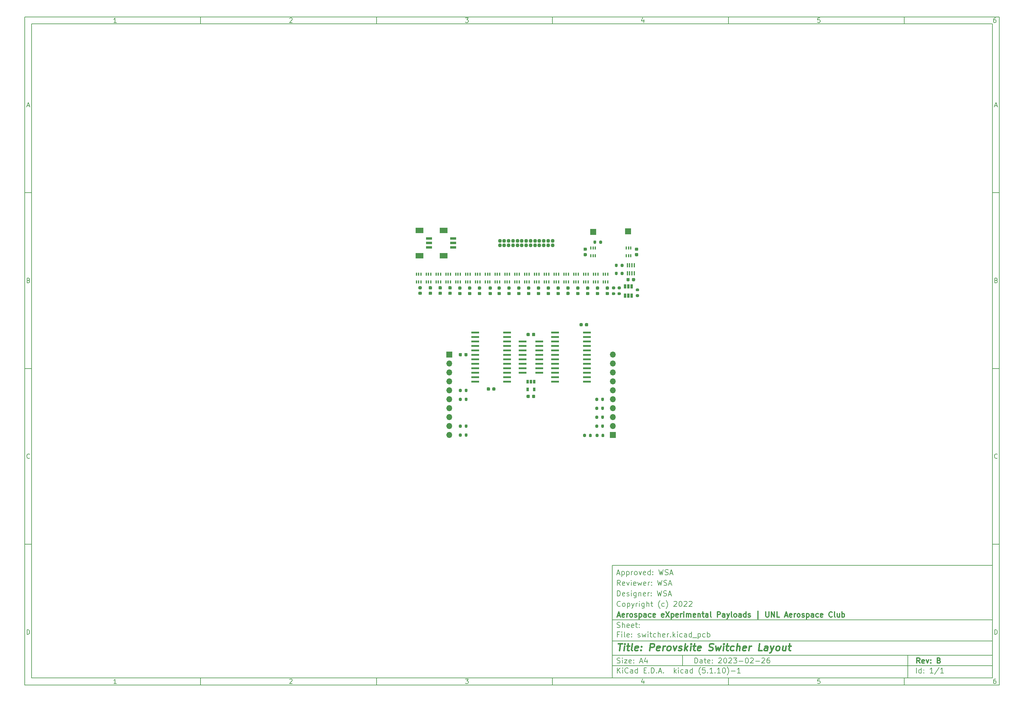
<source format=gbr>
%TF.GenerationSoftware,KiCad,Pcbnew,(5.1.10)-1*%
%TF.CreationDate,2023-02-26T14:00:58-06:00*%
%TF.ProjectId,switcher,73776974-6368-4657-922e-6b696361645f,B*%
%TF.SameCoordinates,Original*%
%TF.FileFunction,Soldermask,Top*%
%TF.FilePolarity,Negative*%
%FSLAX46Y46*%
G04 Gerber Fmt 4.6, Leading zero omitted, Abs format (unit mm)*
G04 Created by KiCad (PCBNEW (5.1.10)-1) date 2023-02-26 14:00:58*
%MOMM*%
%LPD*%
G01*
G04 APERTURE LIST*
%ADD10C,0.100000*%
%ADD11C,0.150000*%
%ADD12C,0.300000*%
%ADD13C,0.400000*%
%ADD14C,1.100000*%
%ADD15R,1.800000X0.700000*%
%ADD16R,2.200000X1.600000*%
%ADD17R,2.184400X0.558800*%
%ADD18R,0.355600X0.876300*%
%ADD19R,2.311400X0.558800*%
%ADD20R,1.700000X1.700000*%
%ADD21O,1.700000X1.700000*%
%ADD22R,0.650000X1.060000*%
%ADD23R,0.406400X1.219200*%
%ADD24R,0.650000X1.220000*%
G04 APERTURE END LIST*
D10*
D11*
X177002200Y-166007200D02*
X177002200Y-198007200D01*
X285002200Y-198007200D01*
X285002200Y-166007200D01*
X177002200Y-166007200D01*
D10*
D11*
X10000000Y-10000000D02*
X10000000Y-200007200D01*
X287002200Y-200007200D01*
X287002200Y-10000000D01*
X10000000Y-10000000D01*
D10*
D11*
X12000000Y-12000000D02*
X12000000Y-198007200D01*
X285002200Y-198007200D01*
X285002200Y-12000000D01*
X12000000Y-12000000D01*
D10*
D11*
X60000000Y-12000000D02*
X60000000Y-10000000D01*
D10*
D11*
X110000000Y-12000000D02*
X110000000Y-10000000D01*
D10*
D11*
X160000000Y-12000000D02*
X160000000Y-10000000D01*
D10*
D11*
X210000000Y-12000000D02*
X210000000Y-10000000D01*
D10*
D11*
X260000000Y-12000000D02*
X260000000Y-10000000D01*
D10*
D11*
X36065476Y-11588095D02*
X35322619Y-11588095D01*
X35694047Y-11588095D02*
X35694047Y-10288095D01*
X35570238Y-10473809D01*
X35446428Y-10597619D01*
X35322619Y-10659523D01*
D10*
D11*
X85322619Y-10411904D02*
X85384523Y-10350000D01*
X85508333Y-10288095D01*
X85817857Y-10288095D01*
X85941666Y-10350000D01*
X86003571Y-10411904D01*
X86065476Y-10535714D01*
X86065476Y-10659523D01*
X86003571Y-10845238D01*
X85260714Y-11588095D01*
X86065476Y-11588095D01*
D10*
D11*
X135260714Y-10288095D02*
X136065476Y-10288095D01*
X135632142Y-10783333D01*
X135817857Y-10783333D01*
X135941666Y-10845238D01*
X136003571Y-10907142D01*
X136065476Y-11030952D01*
X136065476Y-11340476D01*
X136003571Y-11464285D01*
X135941666Y-11526190D01*
X135817857Y-11588095D01*
X135446428Y-11588095D01*
X135322619Y-11526190D01*
X135260714Y-11464285D01*
D10*
D11*
X185941666Y-10721428D02*
X185941666Y-11588095D01*
X185632142Y-10226190D02*
X185322619Y-11154761D01*
X186127380Y-11154761D01*
D10*
D11*
X236003571Y-10288095D02*
X235384523Y-10288095D01*
X235322619Y-10907142D01*
X235384523Y-10845238D01*
X235508333Y-10783333D01*
X235817857Y-10783333D01*
X235941666Y-10845238D01*
X236003571Y-10907142D01*
X236065476Y-11030952D01*
X236065476Y-11340476D01*
X236003571Y-11464285D01*
X235941666Y-11526190D01*
X235817857Y-11588095D01*
X235508333Y-11588095D01*
X235384523Y-11526190D01*
X235322619Y-11464285D01*
D10*
D11*
X285941666Y-10288095D02*
X285694047Y-10288095D01*
X285570238Y-10350000D01*
X285508333Y-10411904D01*
X285384523Y-10597619D01*
X285322619Y-10845238D01*
X285322619Y-11340476D01*
X285384523Y-11464285D01*
X285446428Y-11526190D01*
X285570238Y-11588095D01*
X285817857Y-11588095D01*
X285941666Y-11526190D01*
X286003571Y-11464285D01*
X286065476Y-11340476D01*
X286065476Y-11030952D01*
X286003571Y-10907142D01*
X285941666Y-10845238D01*
X285817857Y-10783333D01*
X285570238Y-10783333D01*
X285446428Y-10845238D01*
X285384523Y-10907142D01*
X285322619Y-11030952D01*
D10*
D11*
X60000000Y-198007200D02*
X60000000Y-200007200D01*
D10*
D11*
X110000000Y-198007200D02*
X110000000Y-200007200D01*
D10*
D11*
X160000000Y-198007200D02*
X160000000Y-200007200D01*
D10*
D11*
X210000000Y-198007200D02*
X210000000Y-200007200D01*
D10*
D11*
X260000000Y-198007200D02*
X260000000Y-200007200D01*
D10*
D11*
X36065476Y-199595295D02*
X35322619Y-199595295D01*
X35694047Y-199595295D02*
X35694047Y-198295295D01*
X35570238Y-198481009D01*
X35446428Y-198604819D01*
X35322619Y-198666723D01*
D10*
D11*
X85322619Y-198419104D02*
X85384523Y-198357200D01*
X85508333Y-198295295D01*
X85817857Y-198295295D01*
X85941666Y-198357200D01*
X86003571Y-198419104D01*
X86065476Y-198542914D01*
X86065476Y-198666723D01*
X86003571Y-198852438D01*
X85260714Y-199595295D01*
X86065476Y-199595295D01*
D10*
D11*
X135260714Y-198295295D02*
X136065476Y-198295295D01*
X135632142Y-198790533D01*
X135817857Y-198790533D01*
X135941666Y-198852438D01*
X136003571Y-198914342D01*
X136065476Y-199038152D01*
X136065476Y-199347676D01*
X136003571Y-199471485D01*
X135941666Y-199533390D01*
X135817857Y-199595295D01*
X135446428Y-199595295D01*
X135322619Y-199533390D01*
X135260714Y-199471485D01*
D10*
D11*
X185941666Y-198728628D02*
X185941666Y-199595295D01*
X185632142Y-198233390D02*
X185322619Y-199161961D01*
X186127380Y-199161961D01*
D10*
D11*
X236003571Y-198295295D02*
X235384523Y-198295295D01*
X235322619Y-198914342D01*
X235384523Y-198852438D01*
X235508333Y-198790533D01*
X235817857Y-198790533D01*
X235941666Y-198852438D01*
X236003571Y-198914342D01*
X236065476Y-199038152D01*
X236065476Y-199347676D01*
X236003571Y-199471485D01*
X235941666Y-199533390D01*
X235817857Y-199595295D01*
X235508333Y-199595295D01*
X235384523Y-199533390D01*
X235322619Y-199471485D01*
D10*
D11*
X285941666Y-198295295D02*
X285694047Y-198295295D01*
X285570238Y-198357200D01*
X285508333Y-198419104D01*
X285384523Y-198604819D01*
X285322619Y-198852438D01*
X285322619Y-199347676D01*
X285384523Y-199471485D01*
X285446428Y-199533390D01*
X285570238Y-199595295D01*
X285817857Y-199595295D01*
X285941666Y-199533390D01*
X286003571Y-199471485D01*
X286065476Y-199347676D01*
X286065476Y-199038152D01*
X286003571Y-198914342D01*
X285941666Y-198852438D01*
X285817857Y-198790533D01*
X285570238Y-198790533D01*
X285446428Y-198852438D01*
X285384523Y-198914342D01*
X285322619Y-199038152D01*
D10*
D11*
X10000000Y-60000000D02*
X12000000Y-60000000D01*
D10*
D11*
X10000000Y-110000000D02*
X12000000Y-110000000D01*
D10*
D11*
X10000000Y-160000000D02*
X12000000Y-160000000D01*
D10*
D11*
X10690476Y-35216666D02*
X11309523Y-35216666D01*
X10566666Y-35588095D02*
X11000000Y-34288095D01*
X11433333Y-35588095D01*
D10*
D11*
X11092857Y-84907142D02*
X11278571Y-84969047D01*
X11340476Y-85030952D01*
X11402380Y-85154761D01*
X11402380Y-85340476D01*
X11340476Y-85464285D01*
X11278571Y-85526190D01*
X11154761Y-85588095D01*
X10659523Y-85588095D01*
X10659523Y-84288095D01*
X11092857Y-84288095D01*
X11216666Y-84350000D01*
X11278571Y-84411904D01*
X11340476Y-84535714D01*
X11340476Y-84659523D01*
X11278571Y-84783333D01*
X11216666Y-84845238D01*
X11092857Y-84907142D01*
X10659523Y-84907142D01*
D10*
D11*
X11402380Y-135464285D02*
X11340476Y-135526190D01*
X11154761Y-135588095D01*
X11030952Y-135588095D01*
X10845238Y-135526190D01*
X10721428Y-135402380D01*
X10659523Y-135278571D01*
X10597619Y-135030952D01*
X10597619Y-134845238D01*
X10659523Y-134597619D01*
X10721428Y-134473809D01*
X10845238Y-134350000D01*
X11030952Y-134288095D01*
X11154761Y-134288095D01*
X11340476Y-134350000D01*
X11402380Y-134411904D01*
D10*
D11*
X10659523Y-185588095D02*
X10659523Y-184288095D01*
X10969047Y-184288095D01*
X11154761Y-184350000D01*
X11278571Y-184473809D01*
X11340476Y-184597619D01*
X11402380Y-184845238D01*
X11402380Y-185030952D01*
X11340476Y-185278571D01*
X11278571Y-185402380D01*
X11154761Y-185526190D01*
X10969047Y-185588095D01*
X10659523Y-185588095D01*
D10*
D11*
X287002200Y-60000000D02*
X285002200Y-60000000D01*
D10*
D11*
X287002200Y-110000000D02*
X285002200Y-110000000D01*
D10*
D11*
X287002200Y-160000000D02*
X285002200Y-160000000D01*
D10*
D11*
X285692676Y-35216666D02*
X286311723Y-35216666D01*
X285568866Y-35588095D02*
X286002200Y-34288095D01*
X286435533Y-35588095D01*
D10*
D11*
X286095057Y-84907142D02*
X286280771Y-84969047D01*
X286342676Y-85030952D01*
X286404580Y-85154761D01*
X286404580Y-85340476D01*
X286342676Y-85464285D01*
X286280771Y-85526190D01*
X286156961Y-85588095D01*
X285661723Y-85588095D01*
X285661723Y-84288095D01*
X286095057Y-84288095D01*
X286218866Y-84350000D01*
X286280771Y-84411904D01*
X286342676Y-84535714D01*
X286342676Y-84659523D01*
X286280771Y-84783333D01*
X286218866Y-84845238D01*
X286095057Y-84907142D01*
X285661723Y-84907142D01*
D10*
D11*
X286404580Y-135464285D02*
X286342676Y-135526190D01*
X286156961Y-135588095D01*
X286033152Y-135588095D01*
X285847438Y-135526190D01*
X285723628Y-135402380D01*
X285661723Y-135278571D01*
X285599819Y-135030952D01*
X285599819Y-134845238D01*
X285661723Y-134597619D01*
X285723628Y-134473809D01*
X285847438Y-134350000D01*
X286033152Y-134288095D01*
X286156961Y-134288095D01*
X286342676Y-134350000D01*
X286404580Y-134411904D01*
D10*
D11*
X285661723Y-185588095D02*
X285661723Y-184288095D01*
X285971247Y-184288095D01*
X286156961Y-184350000D01*
X286280771Y-184473809D01*
X286342676Y-184597619D01*
X286404580Y-184845238D01*
X286404580Y-185030952D01*
X286342676Y-185278571D01*
X286280771Y-185402380D01*
X286156961Y-185526190D01*
X285971247Y-185588095D01*
X285661723Y-185588095D01*
D10*
D11*
X200434342Y-193785771D02*
X200434342Y-192285771D01*
X200791485Y-192285771D01*
X201005771Y-192357200D01*
X201148628Y-192500057D01*
X201220057Y-192642914D01*
X201291485Y-192928628D01*
X201291485Y-193142914D01*
X201220057Y-193428628D01*
X201148628Y-193571485D01*
X201005771Y-193714342D01*
X200791485Y-193785771D01*
X200434342Y-193785771D01*
X202577200Y-193785771D02*
X202577200Y-193000057D01*
X202505771Y-192857200D01*
X202362914Y-192785771D01*
X202077200Y-192785771D01*
X201934342Y-192857200D01*
X202577200Y-193714342D02*
X202434342Y-193785771D01*
X202077200Y-193785771D01*
X201934342Y-193714342D01*
X201862914Y-193571485D01*
X201862914Y-193428628D01*
X201934342Y-193285771D01*
X202077200Y-193214342D01*
X202434342Y-193214342D01*
X202577200Y-193142914D01*
X203077200Y-192785771D02*
X203648628Y-192785771D01*
X203291485Y-192285771D02*
X203291485Y-193571485D01*
X203362914Y-193714342D01*
X203505771Y-193785771D01*
X203648628Y-193785771D01*
X204720057Y-193714342D02*
X204577200Y-193785771D01*
X204291485Y-193785771D01*
X204148628Y-193714342D01*
X204077200Y-193571485D01*
X204077200Y-193000057D01*
X204148628Y-192857200D01*
X204291485Y-192785771D01*
X204577200Y-192785771D01*
X204720057Y-192857200D01*
X204791485Y-193000057D01*
X204791485Y-193142914D01*
X204077200Y-193285771D01*
X205434342Y-193642914D02*
X205505771Y-193714342D01*
X205434342Y-193785771D01*
X205362914Y-193714342D01*
X205434342Y-193642914D01*
X205434342Y-193785771D01*
X205434342Y-192857200D02*
X205505771Y-192928628D01*
X205434342Y-193000057D01*
X205362914Y-192928628D01*
X205434342Y-192857200D01*
X205434342Y-193000057D01*
X207220057Y-192428628D02*
X207291485Y-192357200D01*
X207434342Y-192285771D01*
X207791485Y-192285771D01*
X207934342Y-192357200D01*
X208005771Y-192428628D01*
X208077200Y-192571485D01*
X208077200Y-192714342D01*
X208005771Y-192928628D01*
X207148628Y-193785771D01*
X208077200Y-193785771D01*
X209005771Y-192285771D02*
X209148628Y-192285771D01*
X209291485Y-192357200D01*
X209362914Y-192428628D01*
X209434342Y-192571485D01*
X209505771Y-192857200D01*
X209505771Y-193214342D01*
X209434342Y-193500057D01*
X209362914Y-193642914D01*
X209291485Y-193714342D01*
X209148628Y-193785771D01*
X209005771Y-193785771D01*
X208862914Y-193714342D01*
X208791485Y-193642914D01*
X208720057Y-193500057D01*
X208648628Y-193214342D01*
X208648628Y-192857200D01*
X208720057Y-192571485D01*
X208791485Y-192428628D01*
X208862914Y-192357200D01*
X209005771Y-192285771D01*
X210077200Y-192428628D02*
X210148628Y-192357200D01*
X210291485Y-192285771D01*
X210648628Y-192285771D01*
X210791485Y-192357200D01*
X210862914Y-192428628D01*
X210934342Y-192571485D01*
X210934342Y-192714342D01*
X210862914Y-192928628D01*
X210005771Y-193785771D01*
X210934342Y-193785771D01*
X211434342Y-192285771D02*
X212362914Y-192285771D01*
X211862914Y-192857200D01*
X212077200Y-192857200D01*
X212220057Y-192928628D01*
X212291485Y-193000057D01*
X212362914Y-193142914D01*
X212362914Y-193500057D01*
X212291485Y-193642914D01*
X212220057Y-193714342D01*
X212077200Y-193785771D01*
X211648628Y-193785771D01*
X211505771Y-193714342D01*
X211434342Y-193642914D01*
X213005771Y-193214342D02*
X214148628Y-193214342D01*
X215148628Y-192285771D02*
X215291485Y-192285771D01*
X215434342Y-192357200D01*
X215505771Y-192428628D01*
X215577200Y-192571485D01*
X215648628Y-192857200D01*
X215648628Y-193214342D01*
X215577200Y-193500057D01*
X215505771Y-193642914D01*
X215434342Y-193714342D01*
X215291485Y-193785771D01*
X215148628Y-193785771D01*
X215005771Y-193714342D01*
X214934342Y-193642914D01*
X214862914Y-193500057D01*
X214791485Y-193214342D01*
X214791485Y-192857200D01*
X214862914Y-192571485D01*
X214934342Y-192428628D01*
X215005771Y-192357200D01*
X215148628Y-192285771D01*
X216220057Y-192428628D02*
X216291485Y-192357200D01*
X216434342Y-192285771D01*
X216791485Y-192285771D01*
X216934342Y-192357200D01*
X217005771Y-192428628D01*
X217077200Y-192571485D01*
X217077200Y-192714342D01*
X217005771Y-192928628D01*
X216148628Y-193785771D01*
X217077200Y-193785771D01*
X217720057Y-193214342D02*
X218862914Y-193214342D01*
X219505771Y-192428628D02*
X219577200Y-192357200D01*
X219720057Y-192285771D01*
X220077200Y-192285771D01*
X220220057Y-192357200D01*
X220291485Y-192428628D01*
X220362914Y-192571485D01*
X220362914Y-192714342D01*
X220291485Y-192928628D01*
X219434342Y-193785771D01*
X220362914Y-193785771D01*
X221648628Y-192285771D02*
X221362914Y-192285771D01*
X221220057Y-192357200D01*
X221148628Y-192428628D01*
X221005771Y-192642914D01*
X220934342Y-192928628D01*
X220934342Y-193500057D01*
X221005771Y-193642914D01*
X221077200Y-193714342D01*
X221220057Y-193785771D01*
X221505771Y-193785771D01*
X221648628Y-193714342D01*
X221720057Y-193642914D01*
X221791485Y-193500057D01*
X221791485Y-193142914D01*
X221720057Y-193000057D01*
X221648628Y-192928628D01*
X221505771Y-192857200D01*
X221220057Y-192857200D01*
X221077200Y-192928628D01*
X221005771Y-193000057D01*
X220934342Y-193142914D01*
D10*
D11*
X177002200Y-194507200D02*
X285002200Y-194507200D01*
D10*
D11*
X178434342Y-196585771D02*
X178434342Y-195085771D01*
X179291485Y-196585771D02*
X178648628Y-195728628D01*
X179291485Y-195085771D02*
X178434342Y-195942914D01*
X179934342Y-196585771D02*
X179934342Y-195585771D01*
X179934342Y-195085771D02*
X179862914Y-195157200D01*
X179934342Y-195228628D01*
X180005771Y-195157200D01*
X179934342Y-195085771D01*
X179934342Y-195228628D01*
X181505771Y-196442914D02*
X181434342Y-196514342D01*
X181220057Y-196585771D01*
X181077200Y-196585771D01*
X180862914Y-196514342D01*
X180720057Y-196371485D01*
X180648628Y-196228628D01*
X180577200Y-195942914D01*
X180577200Y-195728628D01*
X180648628Y-195442914D01*
X180720057Y-195300057D01*
X180862914Y-195157200D01*
X181077200Y-195085771D01*
X181220057Y-195085771D01*
X181434342Y-195157200D01*
X181505771Y-195228628D01*
X182791485Y-196585771D02*
X182791485Y-195800057D01*
X182720057Y-195657200D01*
X182577200Y-195585771D01*
X182291485Y-195585771D01*
X182148628Y-195657200D01*
X182791485Y-196514342D02*
X182648628Y-196585771D01*
X182291485Y-196585771D01*
X182148628Y-196514342D01*
X182077200Y-196371485D01*
X182077200Y-196228628D01*
X182148628Y-196085771D01*
X182291485Y-196014342D01*
X182648628Y-196014342D01*
X182791485Y-195942914D01*
X184148628Y-196585771D02*
X184148628Y-195085771D01*
X184148628Y-196514342D02*
X184005771Y-196585771D01*
X183720057Y-196585771D01*
X183577200Y-196514342D01*
X183505771Y-196442914D01*
X183434342Y-196300057D01*
X183434342Y-195871485D01*
X183505771Y-195728628D01*
X183577200Y-195657200D01*
X183720057Y-195585771D01*
X184005771Y-195585771D01*
X184148628Y-195657200D01*
X186005771Y-195800057D02*
X186505771Y-195800057D01*
X186720057Y-196585771D02*
X186005771Y-196585771D01*
X186005771Y-195085771D01*
X186720057Y-195085771D01*
X187362914Y-196442914D02*
X187434342Y-196514342D01*
X187362914Y-196585771D01*
X187291485Y-196514342D01*
X187362914Y-196442914D01*
X187362914Y-196585771D01*
X188077200Y-196585771D02*
X188077200Y-195085771D01*
X188434342Y-195085771D01*
X188648628Y-195157200D01*
X188791485Y-195300057D01*
X188862914Y-195442914D01*
X188934342Y-195728628D01*
X188934342Y-195942914D01*
X188862914Y-196228628D01*
X188791485Y-196371485D01*
X188648628Y-196514342D01*
X188434342Y-196585771D01*
X188077200Y-196585771D01*
X189577200Y-196442914D02*
X189648628Y-196514342D01*
X189577200Y-196585771D01*
X189505771Y-196514342D01*
X189577200Y-196442914D01*
X189577200Y-196585771D01*
X190220057Y-196157200D02*
X190934342Y-196157200D01*
X190077200Y-196585771D02*
X190577200Y-195085771D01*
X191077200Y-196585771D01*
X191577200Y-196442914D02*
X191648628Y-196514342D01*
X191577200Y-196585771D01*
X191505771Y-196514342D01*
X191577200Y-196442914D01*
X191577200Y-196585771D01*
X194577200Y-196585771D02*
X194577200Y-195085771D01*
X194720057Y-196014342D02*
X195148628Y-196585771D01*
X195148628Y-195585771D02*
X194577200Y-196157200D01*
X195791485Y-196585771D02*
X195791485Y-195585771D01*
X195791485Y-195085771D02*
X195720057Y-195157200D01*
X195791485Y-195228628D01*
X195862914Y-195157200D01*
X195791485Y-195085771D01*
X195791485Y-195228628D01*
X197148628Y-196514342D02*
X197005771Y-196585771D01*
X196720057Y-196585771D01*
X196577200Y-196514342D01*
X196505771Y-196442914D01*
X196434342Y-196300057D01*
X196434342Y-195871485D01*
X196505771Y-195728628D01*
X196577200Y-195657200D01*
X196720057Y-195585771D01*
X197005771Y-195585771D01*
X197148628Y-195657200D01*
X198434342Y-196585771D02*
X198434342Y-195800057D01*
X198362914Y-195657200D01*
X198220057Y-195585771D01*
X197934342Y-195585771D01*
X197791485Y-195657200D01*
X198434342Y-196514342D02*
X198291485Y-196585771D01*
X197934342Y-196585771D01*
X197791485Y-196514342D01*
X197720057Y-196371485D01*
X197720057Y-196228628D01*
X197791485Y-196085771D01*
X197934342Y-196014342D01*
X198291485Y-196014342D01*
X198434342Y-195942914D01*
X199791485Y-196585771D02*
X199791485Y-195085771D01*
X199791485Y-196514342D02*
X199648628Y-196585771D01*
X199362914Y-196585771D01*
X199220057Y-196514342D01*
X199148628Y-196442914D01*
X199077200Y-196300057D01*
X199077200Y-195871485D01*
X199148628Y-195728628D01*
X199220057Y-195657200D01*
X199362914Y-195585771D01*
X199648628Y-195585771D01*
X199791485Y-195657200D01*
X202077200Y-197157200D02*
X202005771Y-197085771D01*
X201862914Y-196871485D01*
X201791485Y-196728628D01*
X201720057Y-196514342D01*
X201648628Y-196157200D01*
X201648628Y-195871485D01*
X201720057Y-195514342D01*
X201791485Y-195300057D01*
X201862914Y-195157200D01*
X202005771Y-194942914D01*
X202077200Y-194871485D01*
X203362914Y-195085771D02*
X202648628Y-195085771D01*
X202577200Y-195800057D01*
X202648628Y-195728628D01*
X202791485Y-195657200D01*
X203148628Y-195657200D01*
X203291485Y-195728628D01*
X203362914Y-195800057D01*
X203434342Y-195942914D01*
X203434342Y-196300057D01*
X203362914Y-196442914D01*
X203291485Y-196514342D01*
X203148628Y-196585771D01*
X202791485Y-196585771D01*
X202648628Y-196514342D01*
X202577200Y-196442914D01*
X204077200Y-196442914D02*
X204148628Y-196514342D01*
X204077200Y-196585771D01*
X204005771Y-196514342D01*
X204077200Y-196442914D01*
X204077200Y-196585771D01*
X205577200Y-196585771D02*
X204720057Y-196585771D01*
X205148628Y-196585771D02*
X205148628Y-195085771D01*
X205005771Y-195300057D01*
X204862914Y-195442914D01*
X204720057Y-195514342D01*
X206220057Y-196442914D02*
X206291485Y-196514342D01*
X206220057Y-196585771D01*
X206148628Y-196514342D01*
X206220057Y-196442914D01*
X206220057Y-196585771D01*
X207720057Y-196585771D02*
X206862914Y-196585771D01*
X207291485Y-196585771D02*
X207291485Y-195085771D01*
X207148628Y-195300057D01*
X207005771Y-195442914D01*
X206862914Y-195514342D01*
X208648628Y-195085771D02*
X208791485Y-195085771D01*
X208934342Y-195157200D01*
X209005771Y-195228628D01*
X209077200Y-195371485D01*
X209148628Y-195657200D01*
X209148628Y-196014342D01*
X209077200Y-196300057D01*
X209005771Y-196442914D01*
X208934342Y-196514342D01*
X208791485Y-196585771D01*
X208648628Y-196585771D01*
X208505771Y-196514342D01*
X208434342Y-196442914D01*
X208362914Y-196300057D01*
X208291485Y-196014342D01*
X208291485Y-195657200D01*
X208362914Y-195371485D01*
X208434342Y-195228628D01*
X208505771Y-195157200D01*
X208648628Y-195085771D01*
X209648628Y-197157200D02*
X209720057Y-197085771D01*
X209862914Y-196871485D01*
X209934342Y-196728628D01*
X210005771Y-196514342D01*
X210077200Y-196157200D01*
X210077200Y-195871485D01*
X210005771Y-195514342D01*
X209934342Y-195300057D01*
X209862914Y-195157200D01*
X209720057Y-194942914D01*
X209648628Y-194871485D01*
X210791485Y-196014342D02*
X211934342Y-196014342D01*
X213434342Y-196585771D02*
X212577200Y-196585771D01*
X213005771Y-196585771D02*
X213005771Y-195085771D01*
X212862914Y-195300057D01*
X212720057Y-195442914D01*
X212577200Y-195514342D01*
D10*
D11*
X177002200Y-191507200D02*
X285002200Y-191507200D01*
D10*
D12*
X264411485Y-193785771D02*
X263911485Y-193071485D01*
X263554342Y-193785771D02*
X263554342Y-192285771D01*
X264125771Y-192285771D01*
X264268628Y-192357200D01*
X264340057Y-192428628D01*
X264411485Y-192571485D01*
X264411485Y-192785771D01*
X264340057Y-192928628D01*
X264268628Y-193000057D01*
X264125771Y-193071485D01*
X263554342Y-193071485D01*
X265625771Y-193714342D02*
X265482914Y-193785771D01*
X265197200Y-193785771D01*
X265054342Y-193714342D01*
X264982914Y-193571485D01*
X264982914Y-193000057D01*
X265054342Y-192857200D01*
X265197200Y-192785771D01*
X265482914Y-192785771D01*
X265625771Y-192857200D01*
X265697200Y-193000057D01*
X265697200Y-193142914D01*
X264982914Y-193285771D01*
X266197200Y-192785771D02*
X266554342Y-193785771D01*
X266911485Y-192785771D01*
X267482914Y-193642914D02*
X267554342Y-193714342D01*
X267482914Y-193785771D01*
X267411485Y-193714342D01*
X267482914Y-193642914D01*
X267482914Y-193785771D01*
X267482914Y-192857200D02*
X267554342Y-192928628D01*
X267482914Y-193000057D01*
X267411485Y-192928628D01*
X267482914Y-192857200D01*
X267482914Y-193000057D01*
X269840057Y-193000057D02*
X270054342Y-193071485D01*
X270125771Y-193142914D01*
X270197200Y-193285771D01*
X270197200Y-193500057D01*
X270125771Y-193642914D01*
X270054342Y-193714342D01*
X269911485Y-193785771D01*
X269340057Y-193785771D01*
X269340057Y-192285771D01*
X269840057Y-192285771D01*
X269982914Y-192357200D01*
X270054342Y-192428628D01*
X270125771Y-192571485D01*
X270125771Y-192714342D01*
X270054342Y-192857200D01*
X269982914Y-192928628D01*
X269840057Y-193000057D01*
X269340057Y-193000057D01*
D10*
D11*
X178362914Y-193714342D02*
X178577200Y-193785771D01*
X178934342Y-193785771D01*
X179077200Y-193714342D01*
X179148628Y-193642914D01*
X179220057Y-193500057D01*
X179220057Y-193357200D01*
X179148628Y-193214342D01*
X179077200Y-193142914D01*
X178934342Y-193071485D01*
X178648628Y-193000057D01*
X178505771Y-192928628D01*
X178434342Y-192857200D01*
X178362914Y-192714342D01*
X178362914Y-192571485D01*
X178434342Y-192428628D01*
X178505771Y-192357200D01*
X178648628Y-192285771D01*
X179005771Y-192285771D01*
X179220057Y-192357200D01*
X179862914Y-193785771D02*
X179862914Y-192785771D01*
X179862914Y-192285771D02*
X179791485Y-192357200D01*
X179862914Y-192428628D01*
X179934342Y-192357200D01*
X179862914Y-192285771D01*
X179862914Y-192428628D01*
X180434342Y-192785771D02*
X181220057Y-192785771D01*
X180434342Y-193785771D01*
X181220057Y-193785771D01*
X182362914Y-193714342D02*
X182220057Y-193785771D01*
X181934342Y-193785771D01*
X181791485Y-193714342D01*
X181720057Y-193571485D01*
X181720057Y-193000057D01*
X181791485Y-192857200D01*
X181934342Y-192785771D01*
X182220057Y-192785771D01*
X182362914Y-192857200D01*
X182434342Y-193000057D01*
X182434342Y-193142914D01*
X181720057Y-193285771D01*
X183077200Y-193642914D02*
X183148628Y-193714342D01*
X183077200Y-193785771D01*
X183005771Y-193714342D01*
X183077200Y-193642914D01*
X183077200Y-193785771D01*
X183077200Y-192857200D02*
X183148628Y-192928628D01*
X183077200Y-193000057D01*
X183005771Y-192928628D01*
X183077200Y-192857200D01*
X183077200Y-193000057D01*
X184862914Y-193357200D02*
X185577200Y-193357200D01*
X184720057Y-193785771D02*
X185220057Y-192285771D01*
X185720057Y-193785771D01*
X186862914Y-192785771D02*
X186862914Y-193785771D01*
X186505771Y-192214342D02*
X186148628Y-193285771D01*
X187077200Y-193285771D01*
D10*
D11*
X263434342Y-196585771D02*
X263434342Y-195085771D01*
X264791485Y-196585771D02*
X264791485Y-195085771D01*
X264791485Y-196514342D02*
X264648628Y-196585771D01*
X264362914Y-196585771D01*
X264220057Y-196514342D01*
X264148628Y-196442914D01*
X264077200Y-196300057D01*
X264077200Y-195871485D01*
X264148628Y-195728628D01*
X264220057Y-195657200D01*
X264362914Y-195585771D01*
X264648628Y-195585771D01*
X264791485Y-195657200D01*
X265505771Y-196442914D02*
X265577200Y-196514342D01*
X265505771Y-196585771D01*
X265434342Y-196514342D01*
X265505771Y-196442914D01*
X265505771Y-196585771D01*
X265505771Y-195657200D02*
X265577200Y-195728628D01*
X265505771Y-195800057D01*
X265434342Y-195728628D01*
X265505771Y-195657200D01*
X265505771Y-195800057D01*
X268148628Y-196585771D02*
X267291485Y-196585771D01*
X267720057Y-196585771D02*
X267720057Y-195085771D01*
X267577200Y-195300057D01*
X267434342Y-195442914D01*
X267291485Y-195514342D01*
X269862914Y-195014342D02*
X268577200Y-196942914D01*
X271148628Y-196585771D02*
X270291485Y-196585771D01*
X270720057Y-196585771D02*
X270720057Y-195085771D01*
X270577200Y-195300057D01*
X270434342Y-195442914D01*
X270291485Y-195514342D01*
D10*
D11*
X177002200Y-187507200D02*
X285002200Y-187507200D01*
D10*
D13*
X178714580Y-188211961D02*
X179857438Y-188211961D01*
X179036009Y-190211961D02*
X179286009Y-188211961D01*
X180274104Y-190211961D02*
X180440771Y-188878628D01*
X180524104Y-188211961D02*
X180416961Y-188307200D01*
X180500295Y-188402438D01*
X180607438Y-188307200D01*
X180524104Y-188211961D01*
X180500295Y-188402438D01*
X181107438Y-188878628D02*
X181869342Y-188878628D01*
X181476485Y-188211961D02*
X181262200Y-189926247D01*
X181333628Y-190116723D01*
X181512200Y-190211961D01*
X181702676Y-190211961D01*
X182655057Y-190211961D02*
X182476485Y-190116723D01*
X182405057Y-189926247D01*
X182619342Y-188211961D01*
X184190771Y-190116723D02*
X183988390Y-190211961D01*
X183607438Y-190211961D01*
X183428866Y-190116723D01*
X183357438Y-189926247D01*
X183452676Y-189164342D01*
X183571723Y-188973866D01*
X183774104Y-188878628D01*
X184155057Y-188878628D01*
X184333628Y-188973866D01*
X184405057Y-189164342D01*
X184381247Y-189354819D01*
X183405057Y-189545295D01*
X185155057Y-190021485D02*
X185238390Y-190116723D01*
X185131247Y-190211961D01*
X185047914Y-190116723D01*
X185155057Y-190021485D01*
X185131247Y-190211961D01*
X185286009Y-188973866D02*
X185369342Y-189069104D01*
X185262200Y-189164342D01*
X185178866Y-189069104D01*
X185286009Y-188973866D01*
X185262200Y-189164342D01*
X187607438Y-190211961D02*
X187857438Y-188211961D01*
X188619342Y-188211961D01*
X188797914Y-188307200D01*
X188881247Y-188402438D01*
X188952676Y-188592914D01*
X188916961Y-188878628D01*
X188797914Y-189069104D01*
X188690771Y-189164342D01*
X188488390Y-189259580D01*
X187726485Y-189259580D01*
X190381247Y-190116723D02*
X190178866Y-190211961D01*
X189797914Y-190211961D01*
X189619342Y-190116723D01*
X189547914Y-189926247D01*
X189643152Y-189164342D01*
X189762200Y-188973866D01*
X189964580Y-188878628D01*
X190345533Y-188878628D01*
X190524104Y-188973866D01*
X190595533Y-189164342D01*
X190571723Y-189354819D01*
X189595533Y-189545295D01*
X191321723Y-190211961D02*
X191488390Y-188878628D01*
X191440771Y-189259580D02*
X191559819Y-189069104D01*
X191666961Y-188973866D01*
X191869342Y-188878628D01*
X192059819Y-188878628D01*
X192845533Y-190211961D02*
X192666961Y-190116723D01*
X192583628Y-190021485D01*
X192512200Y-189831009D01*
X192583628Y-189259580D01*
X192702676Y-189069104D01*
X192809819Y-188973866D01*
X193012200Y-188878628D01*
X193297914Y-188878628D01*
X193476485Y-188973866D01*
X193559819Y-189069104D01*
X193631247Y-189259580D01*
X193559819Y-189831009D01*
X193440771Y-190021485D01*
X193333628Y-190116723D01*
X193131247Y-190211961D01*
X192845533Y-190211961D01*
X194345533Y-188878628D02*
X194655057Y-190211961D01*
X195297914Y-188878628D01*
X195809819Y-190116723D02*
X195988390Y-190211961D01*
X196369342Y-190211961D01*
X196571723Y-190116723D01*
X196690771Y-189926247D01*
X196702676Y-189831009D01*
X196631247Y-189640533D01*
X196452676Y-189545295D01*
X196166961Y-189545295D01*
X195988390Y-189450057D01*
X195916961Y-189259580D01*
X195928866Y-189164342D01*
X196047914Y-188973866D01*
X196250295Y-188878628D01*
X196536009Y-188878628D01*
X196714580Y-188973866D01*
X197512200Y-190211961D02*
X197762200Y-188211961D01*
X197797914Y-189450057D02*
X198274104Y-190211961D01*
X198440771Y-188878628D02*
X197583628Y-189640533D01*
X199131247Y-190211961D02*
X199297914Y-188878628D01*
X199381247Y-188211961D02*
X199274104Y-188307200D01*
X199357438Y-188402438D01*
X199464580Y-188307200D01*
X199381247Y-188211961D01*
X199357438Y-188402438D01*
X199964580Y-188878628D02*
X200726485Y-188878628D01*
X200333628Y-188211961D02*
X200119342Y-189926247D01*
X200190771Y-190116723D01*
X200369342Y-190211961D01*
X200559819Y-190211961D01*
X202000295Y-190116723D02*
X201797914Y-190211961D01*
X201416961Y-190211961D01*
X201238390Y-190116723D01*
X201166961Y-189926247D01*
X201262200Y-189164342D01*
X201381247Y-188973866D01*
X201583628Y-188878628D01*
X201964580Y-188878628D01*
X202143152Y-188973866D01*
X202214580Y-189164342D01*
X202190771Y-189354819D01*
X201214580Y-189545295D01*
X204381247Y-190116723D02*
X204655057Y-190211961D01*
X205131247Y-190211961D01*
X205333628Y-190116723D01*
X205440771Y-190021485D01*
X205559819Y-189831009D01*
X205583628Y-189640533D01*
X205512200Y-189450057D01*
X205428866Y-189354819D01*
X205250295Y-189259580D01*
X204881247Y-189164342D01*
X204702676Y-189069104D01*
X204619342Y-188973866D01*
X204547914Y-188783390D01*
X204571723Y-188592914D01*
X204690771Y-188402438D01*
X204797914Y-188307200D01*
X205000295Y-188211961D01*
X205476485Y-188211961D01*
X205750295Y-188307200D01*
X206345533Y-188878628D02*
X206559819Y-190211961D01*
X207059819Y-189259580D01*
X207321723Y-190211961D01*
X207869342Y-188878628D01*
X208464580Y-190211961D02*
X208631247Y-188878628D01*
X208714580Y-188211961D02*
X208607438Y-188307200D01*
X208690771Y-188402438D01*
X208797914Y-188307200D01*
X208714580Y-188211961D01*
X208690771Y-188402438D01*
X209297914Y-188878628D02*
X210059819Y-188878628D01*
X209666961Y-188211961D02*
X209452676Y-189926247D01*
X209524104Y-190116723D01*
X209702676Y-190211961D01*
X209893152Y-190211961D01*
X211428866Y-190116723D02*
X211226485Y-190211961D01*
X210845533Y-190211961D01*
X210666961Y-190116723D01*
X210583628Y-190021485D01*
X210512200Y-189831009D01*
X210583628Y-189259580D01*
X210702676Y-189069104D01*
X210809819Y-188973866D01*
X211012200Y-188878628D01*
X211393152Y-188878628D01*
X211571723Y-188973866D01*
X212274104Y-190211961D02*
X212524104Y-188211961D01*
X213131247Y-190211961D02*
X213262200Y-189164342D01*
X213190771Y-188973866D01*
X213012200Y-188878628D01*
X212726485Y-188878628D01*
X212524104Y-188973866D01*
X212416961Y-189069104D01*
X214857438Y-190116723D02*
X214655057Y-190211961D01*
X214274104Y-190211961D01*
X214095533Y-190116723D01*
X214024104Y-189926247D01*
X214119342Y-189164342D01*
X214238390Y-188973866D01*
X214440771Y-188878628D01*
X214821723Y-188878628D01*
X215000295Y-188973866D01*
X215071723Y-189164342D01*
X215047914Y-189354819D01*
X214071723Y-189545295D01*
X215797914Y-190211961D02*
X215964580Y-188878628D01*
X215916961Y-189259580D02*
X216036009Y-189069104D01*
X216143152Y-188973866D01*
X216345533Y-188878628D01*
X216536009Y-188878628D01*
X219512200Y-190211961D02*
X218559819Y-190211961D01*
X218809819Y-188211961D01*
X221036009Y-190211961D02*
X221166961Y-189164342D01*
X221095533Y-188973866D01*
X220916961Y-188878628D01*
X220536009Y-188878628D01*
X220333628Y-188973866D01*
X221047914Y-190116723D02*
X220845533Y-190211961D01*
X220369342Y-190211961D01*
X220190771Y-190116723D01*
X220119342Y-189926247D01*
X220143152Y-189735771D01*
X220262200Y-189545295D01*
X220464580Y-189450057D01*
X220940771Y-189450057D01*
X221143152Y-189354819D01*
X221964580Y-188878628D02*
X222274104Y-190211961D01*
X222916961Y-188878628D02*
X222274104Y-190211961D01*
X222024104Y-190688152D01*
X221916961Y-190783390D01*
X221714580Y-190878628D01*
X223797914Y-190211961D02*
X223619342Y-190116723D01*
X223536009Y-190021485D01*
X223464580Y-189831009D01*
X223536009Y-189259580D01*
X223655057Y-189069104D01*
X223762200Y-188973866D01*
X223964580Y-188878628D01*
X224250295Y-188878628D01*
X224428866Y-188973866D01*
X224512200Y-189069104D01*
X224583628Y-189259580D01*
X224512199Y-189831009D01*
X224393152Y-190021485D01*
X224286009Y-190116723D01*
X224083628Y-190211961D01*
X223797914Y-190211961D01*
X226345533Y-188878628D02*
X226178866Y-190211961D01*
X225488390Y-188878628D02*
X225357438Y-189926247D01*
X225428866Y-190116723D01*
X225607438Y-190211961D01*
X225893152Y-190211961D01*
X226095533Y-190116723D01*
X226202676Y-190021485D01*
X227012199Y-188878628D02*
X227774104Y-188878628D01*
X227381247Y-188211961D02*
X227166961Y-189926247D01*
X227238390Y-190116723D01*
X227416961Y-190211961D01*
X227607438Y-190211961D01*
D10*
D11*
X178934342Y-185600057D02*
X178434342Y-185600057D01*
X178434342Y-186385771D02*
X178434342Y-184885771D01*
X179148628Y-184885771D01*
X179720057Y-186385771D02*
X179720057Y-185385771D01*
X179720057Y-184885771D02*
X179648628Y-184957200D01*
X179720057Y-185028628D01*
X179791485Y-184957200D01*
X179720057Y-184885771D01*
X179720057Y-185028628D01*
X180648628Y-186385771D02*
X180505771Y-186314342D01*
X180434342Y-186171485D01*
X180434342Y-184885771D01*
X181791485Y-186314342D02*
X181648628Y-186385771D01*
X181362914Y-186385771D01*
X181220057Y-186314342D01*
X181148628Y-186171485D01*
X181148628Y-185600057D01*
X181220057Y-185457200D01*
X181362914Y-185385771D01*
X181648628Y-185385771D01*
X181791485Y-185457200D01*
X181862914Y-185600057D01*
X181862914Y-185742914D01*
X181148628Y-185885771D01*
X182505771Y-186242914D02*
X182577200Y-186314342D01*
X182505771Y-186385771D01*
X182434342Y-186314342D01*
X182505771Y-186242914D01*
X182505771Y-186385771D01*
X182505771Y-185457200D02*
X182577200Y-185528628D01*
X182505771Y-185600057D01*
X182434342Y-185528628D01*
X182505771Y-185457200D01*
X182505771Y-185600057D01*
X184291485Y-186314342D02*
X184434342Y-186385771D01*
X184720057Y-186385771D01*
X184862914Y-186314342D01*
X184934342Y-186171485D01*
X184934342Y-186100057D01*
X184862914Y-185957200D01*
X184720057Y-185885771D01*
X184505771Y-185885771D01*
X184362914Y-185814342D01*
X184291485Y-185671485D01*
X184291485Y-185600057D01*
X184362914Y-185457200D01*
X184505771Y-185385771D01*
X184720057Y-185385771D01*
X184862914Y-185457200D01*
X185434342Y-185385771D02*
X185720057Y-186385771D01*
X186005771Y-185671485D01*
X186291485Y-186385771D01*
X186577200Y-185385771D01*
X187148628Y-186385771D02*
X187148628Y-185385771D01*
X187148628Y-184885771D02*
X187077200Y-184957200D01*
X187148628Y-185028628D01*
X187220057Y-184957200D01*
X187148628Y-184885771D01*
X187148628Y-185028628D01*
X187648628Y-185385771D02*
X188220057Y-185385771D01*
X187862914Y-184885771D02*
X187862914Y-186171485D01*
X187934342Y-186314342D01*
X188077200Y-186385771D01*
X188220057Y-186385771D01*
X189362914Y-186314342D02*
X189220057Y-186385771D01*
X188934342Y-186385771D01*
X188791485Y-186314342D01*
X188720057Y-186242914D01*
X188648628Y-186100057D01*
X188648628Y-185671485D01*
X188720057Y-185528628D01*
X188791485Y-185457200D01*
X188934342Y-185385771D01*
X189220057Y-185385771D01*
X189362914Y-185457200D01*
X190005771Y-186385771D02*
X190005771Y-184885771D01*
X190648628Y-186385771D02*
X190648628Y-185600057D01*
X190577200Y-185457200D01*
X190434342Y-185385771D01*
X190220057Y-185385771D01*
X190077200Y-185457200D01*
X190005771Y-185528628D01*
X191934342Y-186314342D02*
X191791485Y-186385771D01*
X191505771Y-186385771D01*
X191362914Y-186314342D01*
X191291485Y-186171485D01*
X191291485Y-185600057D01*
X191362914Y-185457200D01*
X191505771Y-185385771D01*
X191791485Y-185385771D01*
X191934342Y-185457200D01*
X192005771Y-185600057D01*
X192005771Y-185742914D01*
X191291485Y-185885771D01*
X192648628Y-186385771D02*
X192648628Y-185385771D01*
X192648628Y-185671485D02*
X192720057Y-185528628D01*
X192791485Y-185457200D01*
X192934342Y-185385771D01*
X193077200Y-185385771D01*
X193577200Y-186242914D02*
X193648628Y-186314342D01*
X193577200Y-186385771D01*
X193505771Y-186314342D01*
X193577200Y-186242914D01*
X193577200Y-186385771D01*
X194291485Y-186385771D02*
X194291485Y-184885771D01*
X194434342Y-185814342D02*
X194862914Y-186385771D01*
X194862914Y-185385771D02*
X194291485Y-185957200D01*
X195505771Y-186385771D02*
X195505771Y-185385771D01*
X195505771Y-184885771D02*
X195434342Y-184957200D01*
X195505771Y-185028628D01*
X195577200Y-184957200D01*
X195505771Y-184885771D01*
X195505771Y-185028628D01*
X196862914Y-186314342D02*
X196720057Y-186385771D01*
X196434342Y-186385771D01*
X196291485Y-186314342D01*
X196220057Y-186242914D01*
X196148628Y-186100057D01*
X196148628Y-185671485D01*
X196220057Y-185528628D01*
X196291485Y-185457200D01*
X196434342Y-185385771D01*
X196720057Y-185385771D01*
X196862914Y-185457200D01*
X198148628Y-186385771D02*
X198148628Y-185600057D01*
X198077200Y-185457200D01*
X197934342Y-185385771D01*
X197648628Y-185385771D01*
X197505771Y-185457200D01*
X198148628Y-186314342D02*
X198005771Y-186385771D01*
X197648628Y-186385771D01*
X197505771Y-186314342D01*
X197434342Y-186171485D01*
X197434342Y-186028628D01*
X197505771Y-185885771D01*
X197648628Y-185814342D01*
X198005771Y-185814342D01*
X198148628Y-185742914D01*
X199505771Y-186385771D02*
X199505771Y-184885771D01*
X199505771Y-186314342D02*
X199362914Y-186385771D01*
X199077200Y-186385771D01*
X198934342Y-186314342D01*
X198862914Y-186242914D01*
X198791485Y-186100057D01*
X198791485Y-185671485D01*
X198862914Y-185528628D01*
X198934342Y-185457200D01*
X199077200Y-185385771D01*
X199362914Y-185385771D01*
X199505771Y-185457200D01*
X199862914Y-186528628D02*
X201005771Y-186528628D01*
X201362914Y-185385771D02*
X201362914Y-186885771D01*
X201362914Y-185457200D02*
X201505771Y-185385771D01*
X201791485Y-185385771D01*
X201934342Y-185457200D01*
X202005771Y-185528628D01*
X202077200Y-185671485D01*
X202077200Y-186100057D01*
X202005771Y-186242914D01*
X201934342Y-186314342D01*
X201791485Y-186385771D01*
X201505771Y-186385771D01*
X201362914Y-186314342D01*
X203362914Y-186314342D02*
X203220057Y-186385771D01*
X202934342Y-186385771D01*
X202791485Y-186314342D01*
X202720057Y-186242914D01*
X202648628Y-186100057D01*
X202648628Y-185671485D01*
X202720057Y-185528628D01*
X202791485Y-185457200D01*
X202934342Y-185385771D01*
X203220057Y-185385771D01*
X203362914Y-185457200D01*
X204005771Y-186385771D02*
X204005771Y-184885771D01*
X204005771Y-185457200D02*
X204148628Y-185385771D01*
X204434342Y-185385771D01*
X204577200Y-185457200D01*
X204648628Y-185528628D01*
X204720057Y-185671485D01*
X204720057Y-186100057D01*
X204648628Y-186242914D01*
X204577200Y-186314342D01*
X204434342Y-186385771D01*
X204148628Y-186385771D01*
X204005771Y-186314342D01*
D10*
D11*
X177002200Y-181507200D02*
X285002200Y-181507200D01*
D10*
D11*
X178362914Y-183614342D02*
X178577200Y-183685771D01*
X178934342Y-183685771D01*
X179077200Y-183614342D01*
X179148628Y-183542914D01*
X179220057Y-183400057D01*
X179220057Y-183257200D01*
X179148628Y-183114342D01*
X179077200Y-183042914D01*
X178934342Y-182971485D01*
X178648628Y-182900057D01*
X178505771Y-182828628D01*
X178434342Y-182757200D01*
X178362914Y-182614342D01*
X178362914Y-182471485D01*
X178434342Y-182328628D01*
X178505771Y-182257200D01*
X178648628Y-182185771D01*
X179005771Y-182185771D01*
X179220057Y-182257200D01*
X179862914Y-183685771D02*
X179862914Y-182185771D01*
X180505771Y-183685771D02*
X180505771Y-182900057D01*
X180434342Y-182757200D01*
X180291485Y-182685771D01*
X180077200Y-182685771D01*
X179934342Y-182757200D01*
X179862914Y-182828628D01*
X181791485Y-183614342D02*
X181648628Y-183685771D01*
X181362914Y-183685771D01*
X181220057Y-183614342D01*
X181148628Y-183471485D01*
X181148628Y-182900057D01*
X181220057Y-182757200D01*
X181362914Y-182685771D01*
X181648628Y-182685771D01*
X181791485Y-182757200D01*
X181862914Y-182900057D01*
X181862914Y-183042914D01*
X181148628Y-183185771D01*
X183077200Y-183614342D02*
X182934342Y-183685771D01*
X182648628Y-183685771D01*
X182505771Y-183614342D01*
X182434342Y-183471485D01*
X182434342Y-182900057D01*
X182505771Y-182757200D01*
X182648628Y-182685771D01*
X182934342Y-182685771D01*
X183077200Y-182757200D01*
X183148628Y-182900057D01*
X183148628Y-183042914D01*
X182434342Y-183185771D01*
X183577200Y-182685771D02*
X184148628Y-182685771D01*
X183791485Y-182185771D02*
X183791485Y-183471485D01*
X183862914Y-183614342D01*
X184005771Y-183685771D01*
X184148628Y-183685771D01*
X184648628Y-183542914D02*
X184720057Y-183614342D01*
X184648628Y-183685771D01*
X184577200Y-183614342D01*
X184648628Y-183542914D01*
X184648628Y-183685771D01*
X184648628Y-182757200D02*
X184720057Y-182828628D01*
X184648628Y-182900057D01*
X184577200Y-182828628D01*
X184648628Y-182757200D01*
X184648628Y-182900057D01*
D10*
D12*
X178482914Y-180257200D02*
X179197200Y-180257200D01*
X178340057Y-180685771D02*
X178840057Y-179185771D01*
X179340057Y-180685771D01*
X180411485Y-180614342D02*
X180268628Y-180685771D01*
X179982914Y-180685771D01*
X179840057Y-180614342D01*
X179768628Y-180471485D01*
X179768628Y-179900057D01*
X179840057Y-179757200D01*
X179982914Y-179685771D01*
X180268628Y-179685771D01*
X180411485Y-179757200D01*
X180482914Y-179900057D01*
X180482914Y-180042914D01*
X179768628Y-180185771D01*
X181125771Y-180685771D02*
X181125771Y-179685771D01*
X181125771Y-179971485D02*
X181197200Y-179828628D01*
X181268628Y-179757200D01*
X181411485Y-179685771D01*
X181554342Y-179685771D01*
X182268628Y-180685771D02*
X182125771Y-180614342D01*
X182054342Y-180542914D01*
X181982914Y-180400057D01*
X181982914Y-179971485D01*
X182054342Y-179828628D01*
X182125771Y-179757200D01*
X182268628Y-179685771D01*
X182482914Y-179685771D01*
X182625771Y-179757200D01*
X182697200Y-179828628D01*
X182768628Y-179971485D01*
X182768628Y-180400057D01*
X182697200Y-180542914D01*
X182625771Y-180614342D01*
X182482914Y-180685771D01*
X182268628Y-180685771D01*
X183340057Y-180614342D02*
X183482914Y-180685771D01*
X183768628Y-180685771D01*
X183911485Y-180614342D01*
X183982914Y-180471485D01*
X183982914Y-180400057D01*
X183911485Y-180257200D01*
X183768628Y-180185771D01*
X183554342Y-180185771D01*
X183411485Y-180114342D01*
X183340057Y-179971485D01*
X183340057Y-179900057D01*
X183411485Y-179757200D01*
X183554342Y-179685771D01*
X183768628Y-179685771D01*
X183911485Y-179757200D01*
X184625771Y-179685771D02*
X184625771Y-181185771D01*
X184625771Y-179757200D02*
X184768628Y-179685771D01*
X185054342Y-179685771D01*
X185197200Y-179757200D01*
X185268628Y-179828628D01*
X185340057Y-179971485D01*
X185340057Y-180400057D01*
X185268628Y-180542914D01*
X185197200Y-180614342D01*
X185054342Y-180685771D01*
X184768628Y-180685771D01*
X184625771Y-180614342D01*
X186625771Y-180685771D02*
X186625771Y-179900057D01*
X186554342Y-179757200D01*
X186411485Y-179685771D01*
X186125771Y-179685771D01*
X185982914Y-179757200D01*
X186625771Y-180614342D02*
X186482914Y-180685771D01*
X186125771Y-180685771D01*
X185982914Y-180614342D01*
X185911485Y-180471485D01*
X185911485Y-180328628D01*
X185982914Y-180185771D01*
X186125771Y-180114342D01*
X186482914Y-180114342D01*
X186625771Y-180042914D01*
X187982914Y-180614342D02*
X187840057Y-180685771D01*
X187554342Y-180685771D01*
X187411485Y-180614342D01*
X187340057Y-180542914D01*
X187268628Y-180400057D01*
X187268628Y-179971485D01*
X187340057Y-179828628D01*
X187411485Y-179757200D01*
X187554342Y-179685771D01*
X187840057Y-179685771D01*
X187982914Y-179757200D01*
X189197200Y-180614342D02*
X189054342Y-180685771D01*
X188768628Y-180685771D01*
X188625771Y-180614342D01*
X188554342Y-180471485D01*
X188554342Y-179900057D01*
X188625771Y-179757200D01*
X188768628Y-179685771D01*
X189054342Y-179685771D01*
X189197200Y-179757200D01*
X189268628Y-179900057D01*
X189268628Y-180042914D01*
X188554342Y-180185771D01*
X191625771Y-180614342D02*
X191482914Y-180685771D01*
X191197200Y-180685771D01*
X191054342Y-180614342D01*
X190982914Y-180471485D01*
X190982914Y-179900057D01*
X191054342Y-179757200D01*
X191197200Y-179685771D01*
X191482914Y-179685771D01*
X191625771Y-179757200D01*
X191697200Y-179900057D01*
X191697200Y-180042914D01*
X190982914Y-180185771D01*
X192197200Y-179185771D02*
X193197200Y-180685771D01*
X193197200Y-179185771D02*
X192197200Y-180685771D01*
X193768628Y-179685771D02*
X193768628Y-181185771D01*
X193768628Y-179757200D02*
X193911485Y-179685771D01*
X194197200Y-179685771D01*
X194340057Y-179757200D01*
X194411485Y-179828628D01*
X194482914Y-179971485D01*
X194482914Y-180400057D01*
X194411485Y-180542914D01*
X194340057Y-180614342D01*
X194197200Y-180685771D01*
X193911485Y-180685771D01*
X193768628Y-180614342D01*
X195697200Y-180614342D02*
X195554342Y-180685771D01*
X195268628Y-180685771D01*
X195125771Y-180614342D01*
X195054342Y-180471485D01*
X195054342Y-179900057D01*
X195125771Y-179757200D01*
X195268628Y-179685771D01*
X195554342Y-179685771D01*
X195697200Y-179757200D01*
X195768628Y-179900057D01*
X195768628Y-180042914D01*
X195054342Y-180185771D01*
X196411485Y-180685771D02*
X196411485Y-179685771D01*
X196411485Y-179971485D02*
X196482914Y-179828628D01*
X196554342Y-179757200D01*
X196697200Y-179685771D01*
X196840057Y-179685771D01*
X197340057Y-180685771D02*
X197340057Y-179685771D01*
X197340057Y-179185771D02*
X197268628Y-179257200D01*
X197340057Y-179328628D01*
X197411485Y-179257200D01*
X197340057Y-179185771D01*
X197340057Y-179328628D01*
X198054342Y-180685771D02*
X198054342Y-179685771D01*
X198054342Y-179828628D02*
X198125771Y-179757200D01*
X198268628Y-179685771D01*
X198482914Y-179685771D01*
X198625771Y-179757200D01*
X198697200Y-179900057D01*
X198697200Y-180685771D01*
X198697200Y-179900057D02*
X198768628Y-179757200D01*
X198911485Y-179685771D01*
X199125771Y-179685771D01*
X199268628Y-179757200D01*
X199340057Y-179900057D01*
X199340057Y-180685771D01*
X200625771Y-180614342D02*
X200482914Y-180685771D01*
X200197200Y-180685771D01*
X200054342Y-180614342D01*
X199982914Y-180471485D01*
X199982914Y-179900057D01*
X200054342Y-179757200D01*
X200197200Y-179685771D01*
X200482914Y-179685771D01*
X200625771Y-179757200D01*
X200697200Y-179900057D01*
X200697200Y-180042914D01*
X199982914Y-180185771D01*
X201340057Y-179685771D02*
X201340057Y-180685771D01*
X201340057Y-179828628D02*
X201411485Y-179757200D01*
X201554342Y-179685771D01*
X201768628Y-179685771D01*
X201911485Y-179757200D01*
X201982914Y-179900057D01*
X201982914Y-180685771D01*
X202482914Y-179685771D02*
X203054342Y-179685771D01*
X202697200Y-179185771D02*
X202697200Y-180471485D01*
X202768628Y-180614342D01*
X202911485Y-180685771D01*
X203054342Y-180685771D01*
X204197200Y-180685771D02*
X204197200Y-179900057D01*
X204125771Y-179757200D01*
X203982914Y-179685771D01*
X203697200Y-179685771D01*
X203554342Y-179757200D01*
X204197200Y-180614342D02*
X204054342Y-180685771D01*
X203697200Y-180685771D01*
X203554342Y-180614342D01*
X203482914Y-180471485D01*
X203482914Y-180328628D01*
X203554342Y-180185771D01*
X203697200Y-180114342D01*
X204054342Y-180114342D01*
X204197200Y-180042914D01*
X205125771Y-180685771D02*
X204982914Y-180614342D01*
X204911485Y-180471485D01*
X204911485Y-179185771D01*
X206840057Y-180685771D02*
X206840057Y-179185771D01*
X207411485Y-179185771D01*
X207554342Y-179257200D01*
X207625771Y-179328628D01*
X207697200Y-179471485D01*
X207697200Y-179685771D01*
X207625771Y-179828628D01*
X207554342Y-179900057D01*
X207411485Y-179971485D01*
X206840057Y-179971485D01*
X208982914Y-180685771D02*
X208982914Y-179900057D01*
X208911485Y-179757200D01*
X208768628Y-179685771D01*
X208482914Y-179685771D01*
X208340057Y-179757200D01*
X208982914Y-180614342D02*
X208840057Y-180685771D01*
X208482914Y-180685771D01*
X208340057Y-180614342D01*
X208268628Y-180471485D01*
X208268628Y-180328628D01*
X208340057Y-180185771D01*
X208482914Y-180114342D01*
X208840057Y-180114342D01*
X208982914Y-180042914D01*
X209554342Y-179685771D02*
X209911485Y-180685771D01*
X210268628Y-179685771D02*
X209911485Y-180685771D01*
X209768628Y-181042914D01*
X209697200Y-181114342D01*
X209554342Y-181185771D01*
X211054342Y-180685771D02*
X210911485Y-180614342D01*
X210840057Y-180471485D01*
X210840057Y-179185771D01*
X211840057Y-180685771D02*
X211697200Y-180614342D01*
X211625771Y-180542914D01*
X211554342Y-180400057D01*
X211554342Y-179971485D01*
X211625771Y-179828628D01*
X211697200Y-179757200D01*
X211840057Y-179685771D01*
X212054342Y-179685771D01*
X212197200Y-179757200D01*
X212268628Y-179828628D01*
X212340057Y-179971485D01*
X212340057Y-180400057D01*
X212268628Y-180542914D01*
X212197200Y-180614342D01*
X212054342Y-180685771D01*
X211840057Y-180685771D01*
X213625771Y-180685771D02*
X213625771Y-179900057D01*
X213554342Y-179757200D01*
X213411485Y-179685771D01*
X213125771Y-179685771D01*
X212982914Y-179757200D01*
X213625771Y-180614342D02*
X213482914Y-180685771D01*
X213125771Y-180685771D01*
X212982914Y-180614342D01*
X212911485Y-180471485D01*
X212911485Y-180328628D01*
X212982914Y-180185771D01*
X213125771Y-180114342D01*
X213482914Y-180114342D01*
X213625771Y-180042914D01*
X214982914Y-180685771D02*
X214982914Y-179185771D01*
X214982914Y-180614342D02*
X214840057Y-180685771D01*
X214554342Y-180685771D01*
X214411485Y-180614342D01*
X214340057Y-180542914D01*
X214268628Y-180400057D01*
X214268628Y-179971485D01*
X214340057Y-179828628D01*
X214411485Y-179757200D01*
X214554342Y-179685771D01*
X214840057Y-179685771D01*
X214982914Y-179757200D01*
X215625771Y-180614342D02*
X215768628Y-180685771D01*
X216054342Y-180685771D01*
X216197200Y-180614342D01*
X216268628Y-180471485D01*
X216268628Y-180400057D01*
X216197200Y-180257200D01*
X216054342Y-180185771D01*
X215840057Y-180185771D01*
X215697200Y-180114342D01*
X215625771Y-179971485D01*
X215625771Y-179900057D01*
X215697200Y-179757200D01*
X215840057Y-179685771D01*
X216054342Y-179685771D01*
X216197200Y-179757200D01*
X218411485Y-181185771D02*
X218411485Y-179042914D01*
X220625771Y-179185771D02*
X220625771Y-180400057D01*
X220697200Y-180542914D01*
X220768628Y-180614342D01*
X220911485Y-180685771D01*
X221197200Y-180685771D01*
X221340057Y-180614342D01*
X221411485Y-180542914D01*
X221482914Y-180400057D01*
X221482914Y-179185771D01*
X222197200Y-180685771D02*
X222197200Y-179185771D01*
X223054342Y-180685771D01*
X223054342Y-179185771D01*
X224482914Y-180685771D02*
X223768628Y-180685771D01*
X223768628Y-179185771D01*
X226054342Y-180257200D02*
X226768628Y-180257200D01*
X225911485Y-180685771D02*
X226411485Y-179185771D01*
X226911485Y-180685771D01*
X227982914Y-180614342D02*
X227840057Y-180685771D01*
X227554342Y-180685771D01*
X227411485Y-180614342D01*
X227340057Y-180471485D01*
X227340057Y-179900057D01*
X227411485Y-179757200D01*
X227554342Y-179685771D01*
X227840057Y-179685771D01*
X227982914Y-179757200D01*
X228054342Y-179900057D01*
X228054342Y-180042914D01*
X227340057Y-180185771D01*
X228697200Y-180685771D02*
X228697200Y-179685771D01*
X228697200Y-179971485D02*
X228768628Y-179828628D01*
X228840057Y-179757200D01*
X228982914Y-179685771D01*
X229125771Y-179685771D01*
X229840057Y-180685771D02*
X229697200Y-180614342D01*
X229625771Y-180542914D01*
X229554342Y-180400057D01*
X229554342Y-179971485D01*
X229625771Y-179828628D01*
X229697200Y-179757200D01*
X229840057Y-179685771D01*
X230054342Y-179685771D01*
X230197200Y-179757200D01*
X230268628Y-179828628D01*
X230340057Y-179971485D01*
X230340057Y-180400057D01*
X230268628Y-180542914D01*
X230197200Y-180614342D01*
X230054342Y-180685771D01*
X229840057Y-180685771D01*
X230911485Y-180614342D02*
X231054342Y-180685771D01*
X231340057Y-180685771D01*
X231482914Y-180614342D01*
X231554342Y-180471485D01*
X231554342Y-180400057D01*
X231482914Y-180257200D01*
X231340057Y-180185771D01*
X231125771Y-180185771D01*
X230982914Y-180114342D01*
X230911485Y-179971485D01*
X230911485Y-179900057D01*
X230982914Y-179757200D01*
X231125771Y-179685771D01*
X231340057Y-179685771D01*
X231482914Y-179757200D01*
X232197200Y-179685771D02*
X232197200Y-181185771D01*
X232197200Y-179757200D02*
X232340057Y-179685771D01*
X232625771Y-179685771D01*
X232768628Y-179757200D01*
X232840057Y-179828628D01*
X232911485Y-179971485D01*
X232911485Y-180400057D01*
X232840057Y-180542914D01*
X232768628Y-180614342D01*
X232625771Y-180685771D01*
X232340057Y-180685771D01*
X232197200Y-180614342D01*
X234197200Y-180685771D02*
X234197200Y-179900057D01*
X234125771Y-179757200D01*
X233982914Y-179685771D01*
X233697200Y-179685771D01*
X233554342Y-179757200D01*
X234197200Y-180614342D02*
X234054342Y-180685771D01*
X233697200Y-180685771D01*
X233554342Y-180614342D01*
X233482914Y-180471485D01*
X233482914Y-180328628D01*
X233554342Y-180185771D01*
X233697200Y-180114342D01*
X234054342Y-180114342D01*
X234197200Y-180042914D01*
X235554342Y-180614342D02*
X235411485Y-180685771D01*
X235125771Y-180685771D01*
X234982914Y-180614342D01*
X234911485Y-180542914D01*
X234840057Y-180400057D01*
X234840057Y-179971485D01*
X234911485Y-179828628D01*
X234982914Y-179757200D01*
X235125771Y-179685771D01*
X235411485Y-179685771D01*
X235554342Y-179757200D01*
X236768628Y-180614342D02*
X236625771Y-180685771D01*
X236340057Y-180685771D01*
X236197200Y-180614342D01*
X236125771Y-180471485D01*
X236125771Y-179900057D01*
X236197200Y-179757200D01*
X236340057Y-179685771D01*
X236625771Y-179685771D01*
X236768628Y-179757200D01*
X236840057Y-179900057D01*
X236840057Y-180042914D01*
X236125771Y-180185771D01*
X239482914Y-180542914D02*
X239411485Y-180614342D01*
X239197200Y-180685771D01*
X239054342Y-180685771D01*
X238840057Y-180614342D01*
X238697200Y-180471485D01*
X238625771Y-180328628D01*
X238554342Y-180042914D01*
X238554342Y-179828628D01*
X238625771Y-179542914D01*
X238697200Y-179400057D01*
X238840057Y-179257200D01*
X239054342Y-179185771D01*
X239197200Y-179185771D01*
X239411485Y-179257200D01*
X239482914Y-179328628D01*
X240340057Y-180685771D02*
X240197200Y-180614342D01*
X240125771Y-180471485D01*
X240125771Y-179185771D01*
X241554342Y-179685771D02*
X241554342Y-180685771D01*
X240911485Y-179685771D02*
X240911485Y-180471485D01*
X240982914Y-180614342D01*
X241125771Y-180685771D01*
X241340057Y-180685771D01*
X241482914Y-180614342D01*
X241554342Y-180542914D01*
X242268628Y-180685771D02*
X242268628Y-179185771D01*
X242268628Y-179757200D02*
X242411485Y-179685771D01*
X242697200Y-179685771D01*
X242840057Y-179757200D01*
X242911485Y-179828628D01*
X242982914Y-179971485D01*
X242982914Y-180400057D01*
X242911485Y-180542914D01*
X242840057Y-180614342D01*
X242697200Y-180685771D01*
X242411485Y-180685771D01*
X242268628Y-180614342D01*
D10*
D11*
X179291485Y-177542914D02*
X179220057Y-177614342D01*
X179005771Y-177685771D01*
X178862914Y-177685771D01*
X178648628Y-177614342D01*
X178505771Y-177471485D01*
X178434342Y-177328628D01*
X178362914Y-177042914D01*
X178362914Y-176828628D01*
X178434342Y-176542914D01*
X178505771Y-176400057D01*
X178648628Y-176257200D01*
X178862914Y-176185771D01*
X179005771Y-176185771D01*
X179220057Y-176257200D01*
X179291485Y-176328628D01*
X180148628Y-177685771D02*
X180005771Y-177614342D01*
X179934342Y-177542914D01*
X179862914Y-177400057D01*
X179862914Y-176971485D01*
X179934342Y-176828628D01*
X180005771Y-176757200D01*
X180148628Y-176685771D01*
X180362914Y-176685771D01*
X180505771Y-176757200D01*
X180577200Y-176828628D01*
X180648628Y-176971485D01*
X180648628Y-177400057D01*
X180577200Y-177542914D01*
X180505771Y-177614342D01*
X180362914Y-177685771D01*
X180148628Y-177685771D01*
X181291485Y-176685771D02*
X181291485Y-178185771D01*
X181291485Y-176757200D02*
X181434342Y-176685771D01*
X181720057Y-176685771D01*
X181862914Y-176757200D01*
X181934342Y-176828628D01*
X182005771Y-176971485D01*
X182005771Y-177400057D01*
X181934342Y-177542914D01*
X181862914Y-177614342D01*
X181720057Y-177685771D01*
X181434342Y-177685771D01*
X181291485Y-177614342D01*
X182505771Y-176685771D02*
X182862914Y-177685771D01*
X183220057Y-176685771D02*
X182862914Y-177685771D01*
X182720057Y-178042914D01*
X182648628Y-178114342D01*
X182505771Y-178185771D01*
X183791485Y-177685771D02*
X183791485Y-176685771D01*
X183791485Y-176971485D02*
X183862914Y-176828628D01*
X183934342Y-176757200D01*
X184077200Y-176685771D01*
X184220057Y-176685771D01*
X184720057Y-177685771D02*
X184720057Y-176685771D01*
X184720057Y-176185771D02*
X184648628Y-176257200D01*
X184720057Y-176328628D01*
X184791485Y-176257200D01*
X184720057Y-176185771D01*
X184720057Y-176328628D01*
X186077200Y-176685771D02*
X186077200Y-177900057D01*
X186005771Y-178042914D01*
X185934342Y-178114342D01*
X185791485Y-178185771D01*
X185577200Y-178185771D01*
X185434342Y-178114342D01*
X186077200Y-177614342D02*
X185934342Y-177685771D01*
X185648628Y-177685771D01*
X185505771Y-177614342D01*
X185434342Y-177542914D01*
X185362914Y-177400057D01*
X185362914Y-176971485D01*
X185434342Y-176828628D01*
X185505771Y-176757200D01*
X185648628Y-176685771D01*
X185934342Y-176685771D01*
X186077200Y-176757200D01*
X186791485Y-177685771D02*
X186791485Y-176185771D01*
X187434342Y-177685771D02*
X187434342Y-176900057D01*
X187362914Y-176757200D01*
X187220057Y-176685771D01*
X187005771Y-176685771D01*
X186862914Y-176757200D01*
X186791485Y-176828628D01*
X187934342Y-176685771D02*
X188505771Y-176685771D01*
X188148628Y-176185771D02*
X188148628Y-177471485D01*
X188220057Y-177614342D01*
X188362914Y-177685771D01*
X188505771Y-177685771D01*
X190577200Y-178257200D02*
X190505771Y-178185771D01*
X190362914Y-177971485D01*
X190291485Y-177828628D01*
X190220057Y-177614342D01*
X190148628Y-177257200D01*
X190148628Y-176971485D01*
X190220057Y-176614342D01*
X190291485Y-176400057D01*
X190362914Y-176257200D01*
X190505771Y-176042914D01*
X190577200Y-175971485D01*
X191791485Y-177614342D02*
X191648628Y-177685771D01*
X191362914Y-177685771D01*
X191220057Y-177614342D01*
X191148628Y-177542914D01*
X191077200Y-177400057D01*
X191077200Y-176971485D01*
X191148628Y-176828628D01*
X191220057Y-176757200D01*
X191362914Y-176685771D01*
X191648628Y-176685771D01*
X191791485Y-176757200D01*
X192291485Y-178257200D02*
X192362914Y-178185771D01*
X192505771Y-177971485D01*
X192577200Y-177828628D01*
X192648628Y-177614342D01*
X192720057Y-177257200D01*
X192720057Y-176971485D01*
X192648628Y-176614342D01*
X192577200Y-176400057D01*
X192505771Y-176257200D01*
X192362914Y-176042914D01*
X192291485Y-175971485D01*
X194505771Y-176328628D02*
X194577200Y-176257200D01*
X194720057Y-176185771D01*
X195077200Y-176185771D01*
X195220057Y-176257200D01*
X195291485Y-176328628D01*
X195362914Y-176471485D01*
X195362914Y-176614342D01*
X195291485Y-176828628D01*
X194434342Y-177685771D01*
X195362914Y-177685771D01*
X196291485Y-176185771D02*
X196434342Y-176185771D01*
X196577200Y-176257200D01*
X196648628Y-176328628D01*
X196720057Y-176471485D01*
X196791485Y-176757200D01*
X196791485Y-177114342D01*
X196720057Y-177400057D01*
X196648628Y-177542914D01*
X196577200Y-177614342D01*
X196434342Y-177685771D01*
X196291485Y-177685771D01*
X196148628Y-177614342D01*
X196077200Y-177542914D01*
X196005771Y-177400057D01*
X195934342Y-177114342D01*
X195934342Y-176757200D01*
X196005771Y-176471485D01*
X196077200Y-176328628D01*
X196148628Y-176257200D01*
X196291485Y-176185771D01*
X197362914Y-176328628D02*
X197434342Y-176257200D01*
X197577200Y-176185771D01*
X197934342Y-176185771D01*
X198077200Y-176257200D01*
X198148628Y-176328628D01*
X198220057Y-176471485D01*
X198220057Y-176614342D01*
X198148628Y-176828628D01*
X197291485Y-177685771D01*
X198220057Y-177685771D01*
X198791485Y-176328628D02*
X198862914Y-176257200D01*
X199005771Y-176185771D01*
X199362914Y-176185771D01*
X199505771Y-176257200D01*
X199577200Y-176328628D01*
X199648628Y-176471485D01*
X199648628Y-176614342D01*
X199577200Y-176828628D01*
X198720057Y-177685771D01*
X199648628Y-177685771D01*
D10*
D11*
X178434342Y-174685771D02*
X178434342Y-173185771D01*
X178791485Y-173185771D01*
X179005771Y-173257200D01*
X179148628Y-173400057D01*
X179220057Y-173542914D01*
X179291485Y-173828628D01*
X179291485Y-174042914D01*
X179220057Y-174328628D01*
X179148628Y-174471485D01*
X179005771Y-174614342D01*
X178791485Y-174685771D01*
X178434342Y-174685771D01*
X180505771Y-174614342D02*
X180362914Y-174685771D01*
X180077200Y-174685771D01*
X179934342Y-174614342D01*
X179862914Y-174471485D01*
X179862914Y-173900057D01*
X179934342Y-173757200D01*
X180077200Y-173685771D01*
X180362914Y-173685771D01*
X180505771Y-173757200D01*
X180577200Y-173900057D01*
X180577200Y-174042914D01*
X179862914Y-174185771D01*
X181148628Y-174614342D02*
X181291485Y-174685771D01*
X181577200Y-174685771D01*
X181720057Y-174614342D01*
X181791485Y-174471485D01*
X181791485Y-174400057D01*
X181720057Y-174257200D01*
X181577200Y-174185771D01*
X181362914Y-174185771D01*
X181220057Y-174114342D01*
X181148628Y-173971485D01*
X181148628Y-173900057D01*
X181220057Y-173757200D01*
X181362914Y-173685771D01*
X181577200Y-173685771D01*
X181720057Y-173757200D01*
X182434342Y-174685771D02*
X182434342Y-173685771D01*
X182434342Y-173185771D02*
X182362914Y-173257200D01*
X182434342Y-173328628D01*
X182505771Y-173257200D01*
X182434342Y-173185771D01*
X182434342Y-173328628D01*
X183791485Y-173685771D02*
X183791485Y-174900057D01*
X183720057Y-175042914D01*
X183648628Y-175114342D01*
X183505771Y-175185771D01*
X183291485Y-175185771D01*
X183148628Y-175114342D01*
X183791485Y-174614342D02*
X183648628Y-174685771D01*
X183362914Y-174685771D01*
X183220057Y-174614342D01*
X183148628Y-174542914D01*
X183077200Y-174400057D01*
X183077200Y-173971485D01*
X183148628Y-173828628D01*
X183220057Y-173757200D01*
X183362914Y-173685771D01*
X183648628Y-173685771D01*
X183791485Y-173757200D01*
X184505771Y-173685771D02*
X184505771Y-174685771D01*
X184505771Y-173828628D02*
X184577200Y-173757200D01*
X184720057Y-173685771D01*
X184934342Y-173685771D01*
X185077200Y-173757200D01*
X185148628Y-173900057D01*
X185148628Y-174685771D01*
X186434342Y-174614342D02*
X186291485Y-174685771D01*
X186005771Y-174685771D01*
X185862914Y-174614342D01*
X185791485Y-174471485D01*
X185791485Y-173900057D01*
X185862914Y-173757200D01*
X186005771Y-173685771D01*
X186291485Y-173685771D01*
X186434342Y-173757200D01*
X186505771Y-173900057D01*
X186505771Y-174042914D01*
X185791485Y-174185771D01*
X187148628Y-174685771D02*
X187148628Y-173685771D01*
X187148628Y-173971485D02*
X187220057Y-173828628D01*
X187291485Y-173757200D01*
X187434342Y-173685771D01*
X187577200Y-173685771D01*
X188077200Y-174542914D02*
X188148628Y-174614342D01*
X188077200Y-174685771D01*
X188005771Y-174614342D01*
X188077200Y-174542914D01*
X188077200Y-174685771D01*
X188077200Y-173757200D02*
X188148628Y-173828628D01*
X188077200Y-173900057D01*
X188005771Y-173828628D01*
X188077200Y-173757200D01*
X188077200Y-173900057D01*
X189791485Y-173185771D02*
X190148628Y-174685771D01*
X190434342Y-173614342D01*
X190720057Y-174685771D01*
X191077200Y-173185771D01*
X191577200Y-174614342D02*
X191791485Y-174685771D01*
X192148628Y-174685771D01*
X192291485Y-174614342D01*
X192362914Y-174542914D01*
X192434342Y-174400057D01*
X192434342Y-174257200D01*
X192362914Y-174114342D01*
X192291485Y-174042914D01*
X192148628Y-173971485D01*
X191862914Y-173900057D01*
X191720057Y-173828628D01*
X191648628Y-173757200D01*
X191577200Y-173614342D01*
X191577200Y-173471485D01*
X191648628Y-173328628D01*
X191720057Y-173257200D01*
X191862914Y-173185771D01*
X192220057Y-173185771D01*
X192434342Y-173257200D01*
X193005771Y-174257200D02*
X193720057Y-174257200D01*
X192862914Y-174685771D02*
X193362914Y-173185771D01*
X193862914Y-174685771D01*
D10*
D11*
X179291485Y-171685771D02*
X178791485Y-170971485D01*
X178434342Y-171685771D02*
X178434342Y-170185771D01*
X179005771Y-170185771D01*
X179148628Y-170257200D01*
X179220057Y-170328628D01*
X179291485Y-170471485D01*
X179291485Y-170685771D01*
X179220057Y-170828628D01*
X179148628Y-170900057D01*
X179005771Y-170971485D01*
X178434342Y-170971485D01*
X180505771Y-171614342D02*
X180362914Y-171685771D01*
X180077200Y-171685771D01*
X179934342Y-171614342D01*
X179862914Y-171471485D01*
X179862914Y-170900057D01*
X179934342Y-170757200D01*
X180077200Y-170685771D01*
X180362914Y-170685771D01*
X180505771Y-170757200D01*
X180577200Y-170900057D01*
X180577200Y-171042914D01*
X179862914Y-171185771D01*
X181077200Y-170685771D02*
X181434342Y-171685771D01*
X181791485Y-170685771D01*
X182362914Y-171685771D02*
X182362914Y-170685771D01*
X182362914Y-170185771D02*
X182291485Y-170257200D01*
X182362914Y-170328628D01*
X182434342Y-170257200D01*
X182362914Y-170185771D01*
X182362914Y-170328628D01*
X183648628Y-171614342D02*
X183505771Y-171685771D01*
X183220057Y-171685771D01*
X183077200Y-171614342D01*
X183005771Y-171471485D01*
X183005771Y-170900057D01*
X183077200Y-170757200D01*
X183220057Y-170685771D01*
X183505771Y-170685771D01*
X183648628Y-170757200D01*
X183720057Y-170900057D01*
X183720057Y-171042914D01*
X183005771Y-171185771D01*
X184220057Y-170685771D02*
X184505771Y-171685771D01*
X184791485Y-170971485D01*
X185077200Y-171685771D01*
X185362914Y-170685771D01*
X186505771Y-171614342D02*
X186362914Y-171685771D01*
X186077200Y-171685771D01*
X185934342Y-171614342D01*
X185862914Y-171471485D01*
X185862914Y-170900057D01*
X185934342Y-170757200D01*
X186077200Y-170685771D01*
X186362914Y-170685771D01*
X186505771Y-170757200D01*
X186577200Y-170900057D01*
X186577200Y-171042914D01*
X185862914Y-171185771D01*
X187220057Y-171685771D02*
X187220057Y-170685771D01*
X187220057Y-170971485D02*
X187291485Y-170828628D01*
X187362914Y-170757200D01*
X187505771Y-170685771D01*
X187648628Y-170685771D01*
X188148628Y-171542914D02*
X188220057Y-171614342D01*
X188148628Y-171685771D01*
X188077200Y-171614342D01*
X188148628Y-171542914D01*
X188148628Y-171685771D01*
X188148628Y-170757200D02*
X188220057Y-170828628D01*
X188148628Y-170900057D01*
X188077200Y-170828628D01*
X188148628Y-170757200D01*
X188148628Y-170900057D01*
X189862914Y-170185771D02*
X190220057Y-171685771D01*
X190505771Y-170614342D01*
X190791485Y-171685771D01*
X191148628Y-170185771D01*
X191648628Y-171614342D02*
X191862914Y-171685771D01*
X192220057Y-171685771D01*
X192362914Y-171614342D01*
X192434342Y-171542914D01*
X192505771Y-171400057D01*
X192505771Y-171257200D01*
X192434342Y-171114342D01*
X192362914Y-171042914D01*
X192220057Y-170971485D01*
X191934342Y-170900057D01*
X191791485Y-170828628D01*
X191720057Y-170757200D01*
X191648628Y-170614342D01*
X191648628Y-170471485D01*
X191720057Y-170328628D01*
X191791485Y-170257200D01*
X191934342Y-170185771D01*
X192291485Y-170185771D01*
X192505771Y-170257200D01*
X193077200Y-171257200D02*
X193791485Y-171257200D01*
X192934342Y-171685771D02*
X193434342Y-170185771D01*
X193934342Y-171685771D01*
D10*
D11*
X178362914Y-168257200D02*
X179077200Y-168257200D01*
X178220057Y-168685771D02*
X178720057Y-167185771D01*
X179220057Y-168685771D01*
X179720057Y-167685771D02*
X179720057Y-169185771D01*
X179720057Y-167757200D02*
X179862914Y-167685771D01*
X180148628Y-167685771D01*
X180291485Y-167757200D01*
X180362914Y-167828628D01*
X180434342Y-167971485D01*
X180434342Y-168400057D01*
X180362914Y-168542914D01*
X180291485Y-168614342D01*
X180148628Y-168685771D01*
X179862914Y-168685771D01*
X179720057Y-168614342D01*
X181077200Y-167685771D02*
X181077200Y-169185771D01*
X181077200Y-167757200D02*
X181220057Y-167685771D01*
X181505771Y-167685771D01*
X181648628Y-167757200D01*
X181720057Y-167828628D01*
X181791485Y-167971485D01*
X181791485Y-168400057D01*
X181720057Y-168542914D01*
X181648628Y-168614342D01*
X181505771Y-168685771D01*
X181220057Y-168685771D01*
X181077200Y-168614342D01*
X182434342Y-168685771D02*
X182434342Y-167685771D01*
X182434342Y-167971485D02*
X182505771Y-167828628D01*
X182577200Y-167757200D01*
X182720057Y-167685771D01*
X182862914Y-167685771D01*
X183577200Y-168685771D02*
X183434342Y-168614342D01*
X183362914Y-168542914D01*
X183291485Y-168400057D01*
X183291485Y-167971485D01*
X183362914Y-167828628D01*
X183434342Y-167757200D01*
X183577200Y-167685771D01*
X183791485Y-167685771D01*
X183934342Y-167757200D01*
X184005771Y-167828628D01*
X184077200Y-167971485D01*
X184077200Y-168400057D01*
X184005771Y-168542914D01*
X183934342Y-168614342D01*
X183791485Y-168685771D01*
X183577200Y-168685771D01*
X184577200Y-167685771D02*
X184934342Y-168685771D01*
X185291485Y-167685771D01*
X186434342Y-168614342D02*
X186291485Y-168685771D01*
X186005771Y-168685771D01*
X185862914Y-168614342D01*
X185791485Y-168471485D01*
X185791485Y-167900057D01*
X185862914Y-167757200D01*
X186005771Y-167685771D01*
X186291485Y-167685771D01*
X186434342Y-167757200D01*
X186505771Y-167900057D01*
X186505771Y-168042914D01*
X185791485Y-168185771D01*
X187791485Y-168685771D02*
X187791485Y-167185771D01*
X187791485Y-168614342D02*
X187648628Y-168685771D01*
X187362914Y-168685771D01*
X187220057Y-168614342D01*
X187148628Y-168542914D01*
X187077200Y-168400057D01*
X187077200Y-167971485D01*
X187148628Y-167828628D01*
X187220057Y-167757200D01*
X187362914Y-167685771D01*
X187648628Y-167685771D01*
X187791485Y-167757200D01*
X188505771Y-168542914D02*
X188577200Y-168614342D01*
X188505771Y-168685771D01*
X188434342Y-168614342D01*
X188505771Y-168542914D01*
X188505771Y-168685771D01*
X188505771Y-167757200D02*
X188577200Y-167828628D01*
X188505771Y-167900057D01*
X188434342Y-167828628D01*
X188505771Y-167757200D01*
X188505771Y-167900057D01*
X190220057Y-167185771D02*
X190577200Y-168685771D01*
X190862914Y-167614342D01*
X191148628Y-168685771D01*
X191505771Y-167185771D01*
X192005771Y-168614342D02*
X192220057Y-168685771D01*
X192577200Y-168685771D01*
X192720057Y-168614342D01*
X192791485Y-168542914D01*
X192862914Y-168400057D01*
X192862914Y-168257200D01*
X192791485Y-168114342D01*
X192720057Y-168042914D01*
X192577200Y-167971485D01*
X192291485Y-167900057D01*
X192148628Y-167828628D01*
X192077200Y-167757200D01*
X192005771Y-167614342D01*
X192005771Y-167471485D01*
X192077200Y-167328628D01*
X192148628Y-167257200D01*
X192291485Y-167185771D01*
X192648628Y-167185771D01*
X192862914Y-167257200D01*
X193434342Y-168257200D02*
X194148628Y-168257200D01*
X193291485Y-168685771D02*
X193791485Y-167185771D01*
X194291485Y-168685771D01*
D10*
D11*
X197002200Y-191507200D02*
X197002200Y-194507200D01*
D10*
D11*
X261002200Y-191507200D02*
X261002200Y-198007200D01*
D14*
%TO.C,J6*%
X145034000Y-74930000D03*
X146284000Y-74930000D03*
X147534000Y-74930000D03*
X148784000Y-74930000D03*
X150034000Y-74930000D03*
X151284000Y-74930000D03*
X152534000Y-74930000D03*
X153784000Y-74930000D03*
X155034000Y-74930000D03*
X156284000Y-74930000D03*
X157534000Y-74930000D03*
X158784000Y-74930000D03*
X160034000Y-74930000D03*
X145034000Y-73680000D03*
X146284000Y-73680000D03*
X147534000Y-73680000D03*
X148784000Y-73680000D03*
X150034000Y-73680000D03*
X151284000Y-73680000D03*
X152534000Y-73680000D03*
X153784000Y-73680000D03*
X155034000Y-73680000D03*
X156284000Y-73680000D03*
X157534000Y-73680000D03*
X158784000Y-73680000D03*
X160034000Y-73680000D03*
%TD*%
D15*
%TO.C,J8*%
X124874000Y-75545000D03*
X124874000Y-74295000D03*
X124874000Y-73045000D03*
D16*
X122174000Y-70695000D03*
X122174000Y-77895000D03*
%TD*%
D15*
%TO.C,J7*%
X131732000Y-75545000D03*
X131732000Y-74295000D03*
X131732000Y-73045000D03*
D16*
X129032000Y-70695000D03*
X129032000Y-77895000D03*
%TD*%
D17*
%TO.C,U2*%
X156222700Y-102298500D03*
X156222700Y-103568500D03*
X156222700Y-104838500D03*
X156222700Y-106108500D03*
X156222700Y-107378500D03*
X156222700Y-108648500D03*
X156222700Y-109918500D03*
X156222700Y-111188500D03*
X151498300Y-111188500D03*
X151498300Y-109918500D03*
X151498300Y-108648500D03*
X151498300Y-107378500D03*
X151498300Y-106108500D03*
X151498300Y-104838500D03*
X151498300Y-103568500D03*
X151498300Y-102298500D03*
%TD*%
D18*
%TO.C,U27*%
X170876201Y-75698350D03*
X171526200Y-75698350D03*
X172176199Y-75698350D03*
X172176199Y-77920850D03*
X171526200Y-77920850D03*
X170876201Y-77920850D03*
%TD*%
%TO.C,U26*%
X180960001Y-75723750D03*
X181610000Y-75723750D03*
X182259999Y-75723750D03*
X182259999Y-77946250D03*
X181610000Y-77946250D03*
X180960001Y-77946250D03*
%TD*%
%TO.C,R9*%
G36*
G01*
X173843000Y-126640000D02*
X173843000Y-126090000D01*
G75*
G02*
X174043000Y-125890000I200000J0D01*
G01*
X174443000Y-125890000D01*
G75*
G02*
X174643000Y-126090000I0J-200000D01*
G01*
X174643000Y-126640000D01*
G75*
G02*
X174443000Y-126840000I-200000J0D01*
G01*
X174043000Y-126840000D01*
G75*
G02*
X173843000Y-126640000I0J200000D01*
G01*
G37*
G36*
G01*
X172193000Y-126640000D02*
X172193000Y-126090000D01*
G75*
G02*
X172393000Y-125890000I200000J0D01*
G01*
X172793000Y-125890000D01*
G75*
G02*
X172993000Y-126090000I0J-200000D01*
G01*
X172993000Y-126640000D01*
G75*
G02*
X172793000Y-126840000I-200000J0D01*
G01*
X172393000Y-126840000D01*
G75*
G02*
X172193000Y-126640000I0J200000D01*
G01*
G37*
%TD*%
%TO.C,C27*%
G36*
G01*
X184146000Y-76510000D02*
X183646000Y-76510000D01*
G75*
G02*
X183421000Y-76285000I0J225000D01*
G01*
X183421000Y-75835000D01*
G75*
G02*
X183646000Y-75610000I225000J0D01*
G01*
X184146000Y-75610000D01*
G75*
G02*
X184371000Y-75835000I0J-225000D01*
G01*
X184371000Y-76285000D01*
G75*
G02*
X184146000Y-76510000I-225000J0D01*
G01*
G37*
G36*
G01*
X184146000Y-78060000D02*
X183646000Y-78060000D01*
G75*
G02*
X183421000Y-77835000I0J225000D01*
G01*
X183421000Y-77385000D01*
G75*
G02*
X183646000Y-77160000I225000J0D01*
G01*
X184146000Y-77160000D01*
G75*
G02*
X184371000Y-77385000I0J-225000D01*
G01*
X184371000Y-77835000D01*
G75*
G02*
X184146000Y-78060000I-225000J0D01*
G01*
G37*
%TD*%
%TO.C,C25*%
G36*
G01*
X169541000Y-76510000D02*
X169041000Y-76510000D01*
G75*
G02*
X168816000Y-76285000I0J225000D01*
G01*
X168816000Y-75835000D01*
G75*
G02*
X169041000Y-75610000I225000J0D01*
G01*
X169541000Y-75610000D01*
G75*
G02*
X169766000Y-75835000I0J-225000D01*
G01*
X169766000Y-76285000D01*
G75*
G02*
X169541000Y-76510000I-225000J0D01*
G01*
G37*
G36*
G01*
X169541000Y-78060000D02*
X169041000Y-78060000D01*
G75*
G02*
X168816000Y-77835000I0J225000D01*
G01*
X168816000Y-77385000D01*
G75*
G02*
X169041000Y-77160000I225000J0D01*
G01*
X169541000Y-77160000D01*
G75*
G02*
X169766000Y-77385000I0J-225000D01*
G01*
X169766000Y-77835000D01*
G75*
G02*
X169541000Y-78060000I-225000J0D01*
G01*
G37*
%TD*%
%TO.C,U25*%
X140911401Y-83147150D03*
X141561400Y-83147150D03*
X142211399Y-83147150D03*
X142211399Y-85369650D03*
X141561400Y-85369650D03*
X140911401Y-85369650D03*
%TD*%
%TO.C,U24*%
X146479501Y-83147150D03*
X147129500Y-83147150D03*
X147779499Y-83147150D03*
X147779499Y-85369650D03*
X147129500Y-85369650D03*
X146479501Y-85369650D03*
%TD*%
%TO.C,U23*%
X121333501Y-83147150D03*
X121983500Y-83147150D03*
X122633499Y-83147150D03*
X122633499Y-85369650D03*
X121983500Y-85369650D03*
X121333501Y-85369650D03*
%TD*%
%TO.C,U22*%
X149273501Y-83147150D03*
X149923500Y-83147150D03*
X150573499Y-83147150D03*
X150573499Y-85369650D03*
X149923500Y-85369650D03*
X149273501Y-85369650D03*
%TD*%
%TO.C,U21*%
X157655501Y-83147150D03*
X158305500Y-83147150D03*
X158955499Y-83147150D03*
X158955499Y-85369650D03*
X158305500Y-85369650D03*
X157655501Y-85369650D03*
%TD*%
%TO.C,U20*%
X171625501Y-83147150D03*
X172275500Y-83147150D03*
X172925499Y-83147150D03*
X172925499Y-85369650D03*
X172275500Y-85369650D03*
X171625501Y-85369650D03*
%TD*%
%TO.C,U19*%
X163243501Y-83147150D03*
X163893500Y-83147150D03*
X164543499Y-83147150D03*
X164543499Y-85369650D03*
X163893500Y-85369650D03*
X163243501Y-85369650D03*
%TD*%
%TO.C,U18*%
X152067501Y-83147150D03*
X152717500Y-83147150D03*
X153367499Y-83147150D03*
X153367499Y-85369650D03*
X152717500Y-85369650D03*
X152067501Y-85369650D03*
%TD*%
%TO.C,U17*%
X126921501Y-83147150D03*
X127571500Y-83147150D03*
X128221499Y-83147150D03*
X128221499Y-85369650D03*
X127571500Y-85369650D03*
X126921501Y-85369650D03*
%TD*%
%TO.C,U16*%
X143685501Y-83147150D03*
X144335500Y-83147150D03*
X144985499Y-83147150D03*
X144985499Y-85369650D03*
X144335500Y-85369650D03*
X143685501Y-85369650D03*
%TD*%
%TO.C,U14*%
X160449501Y-83147150D03*
X161099500Y-83147150D03*
X161749499Y-83147150D03*
X161749499Y-85369650D03*
X161099500Y-85369650D03*
X160449501Y-85369650D03*
%TD*%
%TO.C,U13*%
X166037501Y-83147150D03*
X166687500Y-83147150D03*
X167337499Y-83147150D03*
X167337499Y-85369650D03*
X166687500Y-85369650D03*
X166037501Y-85369650D03*
%TD*%
%TO.C,U12*%
X132509501Y-83147150D03*
X133159500Y-83147150D03*
X133809499Y-83147150D03*
X133809499Y-85369650D03*
X133159500Y-85369650D03*
X132509501Y-85369650D03*
%TD*%
%TO.C,U11*%
X135303501Y-83147150D03*
X135953500Y-83147150D03*
X136603499Y-83147150D03*
X136603499Y-85369650D03*
X135953500Y-85369650D03*
X135303501Y-85369650D03*
%TD*%
%TO.C,U10*%
X124127501Y-83147150D03*
X124777500Y-83147150D03*
X125427499Y-83147150D03*
X125427499Y-85369650D03*
X124777500Y-85369650D03*
X124127501Y-85369650D03*
%TD*%
%TO.C,U9*%
X174419501Y-83147150D03*
X175069500Y-83147150D03*
X175719499Y-83147150D03*
X175719499Y-85369650D03*
X175069500Y-85369650D03*
X174419501Y-85369650D03*
%TD*%
%TO.C,U8*%
X138097501Y-83147150D03*
X138747500Y-83147150D03*
X139397499Y-83147150D03*
X139397499Y-85369650D03*
X138747500Y-85369650D03*
X138097501Y-85369650D03*
%TD*%
%TO.C,U7*%
X129715501Y-83147150D03*
X130365500Y-83147150D03*
X131015499Y-83147150D03*
X131015499Y-85369650D03*
X130365500Y-85369650D03*
X129715501Y-85369650D03*
%TD*%
%TO.C,U6*%
X154861501Y-83147150D03*
X155511500Y-83147150D03*
X156161499Y-83147150D03*
X156161499Y-85369650D03*
X155511500Y-85369650D03*
X154861501Y-85369650D03*
%TD*%
%TO.C,U5*%
X168831501Y-83147150D03*
X169481500Y-83147150D03*
X170131499Y-83147150D03*
X170131499Y-85369650D03*
X169481500Y-85369650D03*
X168831501Y-85369650D03*
%TD*%
D19*
%TO.C,U4*%
X147078700Y-113728500D03*
X147078700Y-112458500D03*
X147078700Y-111188500D03*
X147078700Y-109918500D03*
X147078700Y-108648500D03*
X147078700Y-107378500D03*
X147078700Y-106108500D03*
X147078700Y-104838500D03*
X147078700Y-103568500D03*
X147078700Y-102298500D03*
X147078700Y-101028500D03*
X147078700Y-99758500D03*
X138036300Y-99758500D03*
X138036300Y-101028500D03*
X138036300Y-102298500D03*
X138036300Y-103568500D03*
X138036300Y-104838500D03*
X138036300Y-106108500D03*
X138036300Y-107378500D03*
X138036300Y-108648500D03*
X138036300Y-109918500D03*
X138036300Y-111188500D03*
X138036300Y-112458500D03*
X138036300Y-113728500D03*
%TD*%
%TO.C,U3*%
X160705800Y-99758500D03*
X160705800Y-101028500D03*
X160705800Y-102298500D03*
X160705800Y-103568500D03*
X160705800Y-104838500D03*
X160705800Y-106108500D03*
X160705800Y-107378500D03*
X160705800Y-108648500D03*
X160705800Y-109918500D03*
X160705800Y-111188500D03*
X160705800Y-112458500D03*
X160705800Y-113728500D03*
X169748200Y-113728500D03*
X169748200Y-112458500D03*
X169748200Y-111188500D03*
X169748200Y-109918500D03*
X169748200Y-108648500D03*
X169748200Y-107378500D03*
X169748200Y-106108500D03*
X169748200Y-104838500D03*
X169748200Y-103568500D03*
X169748200Y-102298500D03*
X169748200Y-101028500D03*
X169748200Y-99758500D03*
%TD*%
%TO.C,R8*%
G36*
G01*
X135045000Y-126640000D02*
X135045000Y-126090000D01*
G75*
G02*
X135245000Y-125890000I200000J0D01*
G01*
X135645000Y-125890000D01*
G75*
G02*
X135845000Y-126090000I0J-200000D01*
G01*
X135845000Y-126640000D01*
G75*
G02*
X135645000Y-126840000I-200000J0D01*
G01*
X135245000Y-126840000D01*
G75*
G02*
X135045000Y-126640000I0J200000D01*
G01*
G37*
G36*
G01*
X133395000Y-126640000D02*
X133395000Y-126090000D01*
G75*
G02*
X133595000Y-125890000I200000J0D01*
G01*
X133995000Y-125890000D01*
G75*
G02*
X134195000Y-126090000I0J-200000D01*
G01*
X134195000Y-126640000D01*
G75*
G02*
X133995000Y-126840000I-200000J0D01*
G01*
X133595000Y-126840000D01*
G75*
G02*
X133395000Y-126640000I0J200000D01*
G01*
G37*
%TD*%
%TO.C,R7*%
G36*
G01*
X135045000Y-129180000D02*
X135045000Y-128630000D01*
G75*
G02*
X135245000Y-128430000I200000J0D01*
G01*
X135645000Y-128430000D01*
G75*
G02*
X135845000Y-128630000I0J-200000D01*
G01*
X135845000Y-129180000D01*
G75*
G02*
X135645000Y-129380000I-200000J0D01*
G01*
X135245000Y-129380000D01*
G75*
G02*
X135045000Y-129180000I0J200000D01*
G01*
G37*
G36*
G01*
X133395000Y-129180000D02*
X133395000Y-128630000D01*
G75*
G02*
X133595000Y-128430000I200000J0D01*
G01*
X133995000Y-128430000D01*
G75*
G02*
X134195000Y-128630000I0J-200000D01*
G01*
X134195000Y-129180000D01*
G75*
G02*
X133995000Y-129380000I-200000J0D01*
G01*
X133595000Y-129380000D01*
G75*
G02*
X133395000Y-129180000I0J200000D01*
G01*
G37*
%TD*%
%TO.C,R6*%
G36*
G01*
X169501000Y-128757000D02*
X169501000Y-129307000D01*
G75*
G02*
X169301000Y-129507000I-200000J0D01*
G01*
X168901000Y-129507000D01*
G75*
G02*
X168701000Y-129307000I0J200000D01*
G01*
X168701000Y-128757000D01*
G75*
G02*
X168901000Y-128557000I200000J0D01*
G01*
X169301000Y-128557000D01*
G75*
G02*
X169501000Y-128757000I0J-200000D01*
G01*
G37*
G36*
G01*
X171151000Y-128757000D02*
X171151000Y-129307000D01*
G75*
G02*
X170951000Y-129507000I-200000J0D01*
G01*
X170551000Y-129507000D01*
G75*
G02*
X170351000Y-129307000I0J200000D01*
G01*
X170351000Y-128757000D01*
G75*
G02*
X170551000Y-128557000I200000J0D01*
G01*
X170951000Y-128557000D01*
G75*
G02*
X171151000Y-128757000I0J-200000D01*
G01*
G37*
%TD*%
%TO.C,R5*%
G36*
G01*
X173272000Y-74316000D02*
X173272000Y-73766000D01*
G75*
G02*
X173472000Y-73566000I200000J0D01*
G01*
X173872000Y-73566000D01*
G75*
G02*
X174072000Y-73766000I0J-200000D01*
G01*
X174072000Y-74316000D01*
G75*
G02*
X173872000Y-74516000I-200000J0D01*
G01*
X173472000Y-74516000D01*
G75*
G02*
X173272000Y-74316000I0J200000D01*
G01*
G37*
G36*
G01*
X171622000Y-74316000D02*
X171622000Y-73766000D01*
G75*
G02*
X171822000Y-73566000I200000J0D01*
G01*
X172222000Y-73566000D01*
G75*
G02*
X172422000Y-73766000I0J-200000D01*
G01*
X172422000Y-74316000D01*
G75*
G02*
X172222000Y-74516000I-200000J0D01*
G01*
X171822000Y-74516000D01*
G75*
G02*
X171622000Y-74316000I0J200000D01*
G01*
G37*
%TD*%
%TO.C,R4*%
G36*
G01*
X173907000Y-129307000D02*
X173907000Y-128757000D01*
G75*
G02*
X174107000Y-128557000I200000J0D01*
G01*
X174507000Y-128557000D01*
G75*
G02*
X174707000Y-128757000I0J-200000D01*
G01*
X174707000Y-129307000D01*
G75*
G02*
X174507000Y-129507000I-200000J0D01*
G01*
X174107000Y-129507000D01*
G75*
G02*
X173907000Y-129307000I0J200000D01*
G01*
G37*
G36*
G01*
X172257000Y-129307000D02*
X172257000Y-128757000D01*
G75*
G02*
X172457000Y-128557000I200000J0D01*
G01*
X172857000Y-128557000D01*
G75*
G02*
X173057000Y-128757000I0J-200000D01*
G01*
X173057000Y-129307000D01*
G75*
G02*
X172857000Y-129507000I-200000J0D01*
G01*
X172457000Y-129507000D01*
G75*
G02*
X172257000Y-129307000I0J200000D01*
G01*
G37*
%TD*%
D20*
%TO.C,J5*%
X181483000Y-71018400D03*
%TD*%
%TO.C,C23*%
G36*
G01*
X166945500Y-88209000D02*
X167445500Y-88209000D01*
G75*
G02*
X167670500Y-88434000I0J-225000D01*
G01*
X167670500Y-88884000D01*
G75*
G02*
X167445500Y-89109000I-225000J0D01*
G01*
X166945500Y-89109000D01*
G75*
G02*
X166720500Y-88884000I0J225000D01*
G01*
X166720500Y-88434000D01*
G75*
G02*
X166945500Y-88209000I225000J0D01*
G01*
G37*
G36*
G01*
X166945500Y-86659000D02*
X167445500Y-86659000D01*
G75*
G02*
X167670500Y-86884000I0J-225000D01*
G01*
X167670500Y-87334000D01*
G75*
G02*
X167445500Y-87559000I-225000J0D01*
G01*
X166945500Y-87559000D01*
G75*
G02*
X166720500Y-87334000I0J225000D01*
G01*
X166720500Y-86884000D01*
G75*
G02*
X166945500Y-86659000I225000J0D01*
G01*
G37*
%TD*%
%TO.C,C21*%
G36*
G01*
X152975500Y-88209000D02*
X153475500Y-88209000D01*
G75*
G02*
X153700500Y-88434000I0J-225000D01*
G01*
X153700500Y-88884000D01*
G75*
G02*
X153475500Y-89109000I-225000J0D01*
G01*
X152975500Y-89109000D01*
G75*
G02*
X152750500Y-88884000I0J225000D01*
G01*
X152750500Y-88434000D01*
G75*
G02*
X152975500Y-88209000I225000J0D01*
G01*
G37*
G36*
G01*
X152975500Y-86659000D02*
X153475500Y-86659000D01*
G75*
G02*
X153700500Y-86884000I0J-225000D01*
G01*
X153700500Y-87334000D01*
G75*
G02*
X153475500Y-87559000I-225000J0D01*
G01*
X152975500Y-87559000D01*
G75*
G02*
X152750500Y-87334000I0J225000D01*
G01*
X152750500Y-86884000D01*
G75*
G02*
X152975500Y-86659000I225000J0D01*
G01*
G37*
%TD*%
%TO.C,C19*%
G36*
G01*
X168585000Y-97286000D02*
X168585000Y-97786000D01*
G75*
G02*
X168360000Y-98011000I-225000J0D01*
G01*
X167910000Y-98011000D01*
G75*
G02*
X167685000Y-97786000I0J225000D01*
G01*
X167685000Y-97286000D01*
G75*
G02*
X167910000Y-97061000I225000J0D01*
G01*
X168360000Y-97061000D01*
G75*
G02*
X168585000Y-97286000I0J-225000D01*
G01*
G37*
G36*
G01*
X170135000Y-97286000D02*
X170135000Y-97786000D01*
G75*
G02*
X169910000Y-98011000I-225000J0D01*
G01*
X169460000Y-98011000D01*
G75*
G02*
X169235000Y-97786000I0J225000D01*
G01*
X169235000Y-97286000D01*
G75*
G02*
X169460000Y-97061000I225000J0D01*
G01*
X169910000Y-97061000D01*
G75*
G02*
X170135000Y-97286000I0J-225000D01*
G01*
G37*
%TD*%
%TO.C,C17*%
G36*
G01*
X142882500Y-116074000D02*
X142882500Y-115574000D01*
G75*
G02*
X143107500Y-115349000I225000J0D01*
G01*
X143557500Y-115349000D01*
G75*
G02*
X143782500Y-115574000I0J-225000D01*
G01*
X143782500Y-116074000D01*
G75*
G02*
X143557500Y-116299000I-225000J0D01*
G01*
X143107500Y-116299000D01*
G75*
G02*
X142882500Y-116074000I0J225000D01*
G01*
G37*
G36*
G01*
X141332500Y-116074000D02*
X141332500Y-115574000D01*
G75*
G02*
X141557500Y-115349000I225000J0D01*
G01*
X142007500Y-115349000D01*
G75*
G02*
X142232500Y-115574000I0J-225000D01*
G01*
X142232500Y-116074000D01*
G75*
G02*
X142007500Y-116299000I-225000J0D01*
G01*
X141557500Y-116299000D01*
G75*
G02*
X141332500Y-116074000I0J225000D01*
G01*
G37*
%TD*%
%TO.C,C15*%
G36*
G01*
X161357500Y-88209000D02*
X161857500Y-88209000D01*
G75*
G02*
X162082500Y-88434000I0J-225000D01*
G01*
X162082500Y-88884000D01*
G75*
G02*
X161857500Y-89109000I-225000J0D01*
G01*
X161357500Y-89109000D01*
G75*
G02*
X161132500Y-88884000I0J225000D01*
G01*
X161132500Y-88434000D01*
G75*
G02*
X161357500Y-88209000I225000J0D01*
G01*
G37*
G36*
G01*
X161357500Y-86659000D02*
X161857500Y-86659000D01*
G75*
G02*
X162082500Y-86884000I0J-225000D01*
G01*
X162082500Y-87334000D01*
G75*
G02*
X161857500Y-87559000I-225000J0D01*
G01*
X161357500Y-87559000D01*
G75*
G02*
X161132500Y-87334000I0J225000D01*
G01*
X161132500Y-86884000D01*
G75*
G02*
X161357500Y-86659000I225000J0D01*
G01*
G37*
%TD*%
%TO.C,C13*%
G36*
G01*
X175327500Y-88209000D02*
X175827500Y-88209000D01*
G75*
G02*
X176052500Y-88434000I0J-225000D01*
G01*
X176052500Y-88884000D01*
G75*
G02*
X175827500Y-89109000I-225000J0D01*
G01*
X175327500Y-89109000D01*
G75*
G02*
X175102500Y-88884000I0J225000D01*
G01*
X175102500Y-88434000D01*
G75*
G02*
X175327500Y-88209000I225000J0D01*
G01*
G37*
G36*
G01*
X175327500Y-86659000D02*
X175827500Y-86659000D01*
G75*
G02*
X176052500Y-86884000I0J-225000D01*
G01*
X176052500Y-87334000D01*
G75*
G02*
X175827500Y-87559000I-225000J0D01*
G01*
X175327500Y-87559000D01*
G75*
G02*
X175102500Y-87334000I0J225000D01*
G01*
X175102500Y-86884000D01*
G75*
G02*
X175327500Y-86659000I225000J0D01*
G01*
G37*
%TD*%
%TO.C,C12*%
G36*
G01*
X172533500Y-88209000D02*
X173033500Y-88209000D01*
G75*
G02*
X173258500Y-88434000I0J-225000D01*
G01*
X173258500Y-88884000D01*
G75*
G02*
X173033500Y-89109000I-225000J0D01*
G01*
X172533500Y-89109000D01*
G75*
G02*
X172308500Y-88884000I0J225000D01*
G01*
X172308500Y-88434000D01*
G75*
G02*
X172533500Y-88209000I225000J0D01*
G01*
G37*
G36*
G01*
X172533500Y-86659000D02*
X173033500Y-86659000D01*
G75*
G02*
X173258500Y-86884000I0J-225000D01*
G01*
X173258500Y-87334000D01*
G75*
G02*
X173033500Y-87559000I-225000J0D01*
G01*
X172533500Y-87559000D01*
G75*
G02*
X172308500Y-87334000I0J225000D01*
G01*
X172308500Y-86884000D01*
G75*
G02*
X172533500Y-86659000I225000J0D01*
G01*
G37*
%TD*%
%TO.C,C11*%
G36*
G01*
X155769500Y-88209000D02*
X156269500Y-88209000D01*
G75*
G02*
X156494500Y-88434000I0J-225000D01*
G01*
X156494500Y-88884000D01*
G75*
G02*
X156269500Y-89109000I-225000J0D01*
G01*
X155769500Y-89109000D01*
G75*
G02*
X155544500Y-88884000I0J225000D01*
G01*
X155544500Y-88434000D01*
G75*
G02*
X155769500Y-88209000I225000J0D01*
G01*
G37*
G36*
G01*
X155769500Y-86659000D02*
X156269500Y-86659000D01*
G75*
G02*
X156494500Y-86884000I0J-225000D01*
G01*
X156494500Y-87334000D01*
G75*
G02*
X156269500Y-87559000I-225000J0D01*
G01*
X155769500Y-87559000D01*
G75*
G02*
X155544500Y-87334000I0J225000D01*
G01*
X155544500Y-86884000D01*
G75*
G02*
X155769500Y-86659000I225000J0D01*
G01*
G37*
%TD*%
%TO.C,C9*%
G36*
G01*
X164151500Y-88196000D02*
X164651500Y-88196000D01*
G75*
G02*
X164876500Y-88421000I0J-225000D01*
G01*
X164876500Y-88871000D01*
G75*
G02*
X164651500Y-89096000I-225000J0D01*
G01*
X164151500Y-89096000D01*
G75*
G02*
X163926500Y-88871000I0J225000D01*
G01*
X163926500Y-88421000D01*
G75*
G02*
X164151500Y-88196000I225000J0D01*
G01*
G37*
G36*
G01*
X164151500Y-86646000D02*
X164651500Y-86646000D01*
G75*
G02*
X164876500Y-86871000I0J-225000D01*
G01*
X164876500Y-87321000D01*
G75*
G02*
X164651500Y-87546000I-225000J0D01*
G01*
X164151500Y-87546000D01*
G75*
G02*
X163926500Y-87321000I0J225000D01*
G01*
X163926500Y-86871000D01*
G75*
G02*
X164151500Y-86646000I225000J0D01*
G01*
G37*
%TD*%
%TO.C,C7*%
G36*
G01*
X150181500Y-88209000D02*
X150681500Y-88209000D01*
G75*
G02*
X150906500Y-88434000I0J-225000D01*
G01*
X150906500Y-88884000D01*
G75*
G02*
X150681500Y-89109000I-225000J0D01*
G01*
X150181500Y-89109000D01*
G75*
G02*
X149956500Y-88884000I0J225000D01*
G01*
X149956500Y-88434000D01*
G75*
G02*
X150181500Y-88209000I225000J0D01*
G01*
G37*
G36*
G01*
X150181500Y-86659000D02*
X150681500Y-86659000D01*
G75*
G02*
X150906500Y-86884000I0J-225000D01*
G01*
X150906500Y-87334000D01*
G75*
G02*
X150681500Y-87559000I-225000J0D01*
G01*
X150181500Y-87559000D01*
G75*
G02*
X149956500Y-87334000I0J225000D01*
G01*
X149956500Y-86884000D01*
G75*
G02*
X150181500Y-86659000I225000J0D01*
G01*
G37*
%TD*%
%TO.C,C5*%
G36*
G01*
X158563500Y-88209000D02*
X159063500Y-88209000D01*
G75*
G02*
X159288500Y-88434000I0J-225000D01*
G01*
X159288500Y-88884000D01*
G75*
G02*
X159063500Y-89109000I-225000J0D01*
G01*
X158563500Y-89109000D01*
G75*
G02*
X158338500Y-88884000I0J225000D01*
G01*
X158338500Y-88434000D01*
G75*
G02*
X158563500Y-88209000I225000J0D01*
G01*
G37*
G36*
G01*
X158563500Y-86659000D02*
X159063500Y-86659000D01*
G75*
G02*
X159288500Y-86884000I0J-225000D01*
G01*
X159288500Y-87334000D01*
G75*
G02*
X159063500Y-87559000I-225000J0D01*
G01*
X158563500Y-87559000D01*
G75*
G02*
X158338500Y-87334000I0J225000D01*
G01*
X158338500Y-86884000D01*
G75*
G02*
X158563500Y-86659000I225000J0D01*
G01*
G37*
%TD*%
%TO.C,C3*%
G36*
G01*
X169739500Y-88222000D02*
X170239500Y-88222000D01*
G75*
G02*
X170464500Y-88447000I0J-225000D01*
G01*
X170464500Y-88897000D01*
G75*
G02*
X170239500Y-89122000I-225000J0D01*
G01*
X169739500Y-89122000D01*
G75*
G02*
X169514500Y-88897000I0J225000D01*
G01*
X169514500Y-88447000D01*
G75*
G02*
X169739500Y-88222000I225000J0D01*
G01*
G37*
G36*
G01*
X169739500Y-86672000D02*
X170239500Y-86672000D01*
G75*
G02*
X170464500Y-86897000I0J-225000D01*
G01*
X170464500Y-87347000D01*
G75*
G02*
X170239500Y-87572000I-225000J0D01*
G01*
X169739500Y-87572000D01*
G75*
G02*
X169514500Y-87347000I0J225000D01*
G01*
X169514500Y-86897000D01*
G75*
G02*
X169739500Y-86672000I225000J0D01*
G01*
G37*
%TD*%
D21*
%TO.C,J2*%
X177136000Y-106055500D03*
X177136000Y-108595500D03*
X177136000Y-111135500D03*
X177136000Y-113675500D03*
X177136000Y-116215500D03*
X177136000Y-118755500D03*
X177136000Y-121295500D03*
X177136000Y-123835500D03*
X177136000Y-126375500D03*
D20*
X177136000Y-128915500D03*
%TD*%
%TO.C,R30*%
G36*
G01*
X135045000Y-119020000D02*
X135045000Y-118470000D01*
G75*
G02*
X135245000Y-118270000I200000J0D01*
G01*
X135645000Y-118270000D01*
G75*
G02*
X135845000Y-118470000I0J-200000D01*
G01*
X135845000Y-119020000D01*
G75*
G02*
X135645000Y-119220000I-200000J0D01*
G01*
X135245000Y-119220000D01*
G75*
G02*
X135045000Y-119020000I0J200000D01*
G01*
G37*
G36*
G01*
X133395000Y-119020000D02*
X133395000Y-118470000D01*
G75*
G02*
X133595000Y-118270000I200000J0D01*
G01*
X133995000Y-118270000D01*
G75*
G02*
X134195000Y-118470000I0J-200000D01*
G01*
X134195000Y-119020000D01*
G75*
G02*
X133995000Y-119220000I-200000J0D01*
G01*
X133595000Y-119220000D01*
G75*
G02*
X133395000Y-119020000I0J200000D01*
G01*
G37*
%TD*%
%TO.C,R29*%
G36*
G01*
X134195000Y-115930000D02*
X134195000Y-116480000D01*
G75*
G02*
X133995000Y-116680000I-200000J0D01*
G01*
X133595000Y-116680000D01*
G75*
G02*
X133395000Y-116480000I0J200000D01*
G01*
X133395000Y-115930000D01*
G75*
G02*
X133595000Y-115730000I200000J0D01*
G01*
X133995000Y-115730000D01*
G75*
G02*
X134195000Y-115930000I0J-200000D01*
G01*
G37*
G36*
G01*
X135845000Y-115930000D02*
X135845000Y-116480000D01*
G75*
G02*
X135645000Y-116680000I-200000J0D01*
G01*
X135245000Y-116680000D01*
G75*
G02*
X135045000Y-116480000I0J200000D01*
G01*
X135045000Y-115930000D01*
G75*
G02*
X135245000Y-115730000I200000J0D01*
G01*
X135645000Y-115730000D01*
G75*
G02*
X135845000Y-115930000I0J-200000D01*
G01*
G37*
%TD*%
%TO.C,R28*%
G36*
G01*
X173843500Y-121560000D02*
X173843500Y-121010000D01*
G75*
G02*
X174043500Y-120810000I200000J0D01*
G01*
X174443500Y-120810000D01*
G75*
G02*
X174643500Y-121010000I0J-200000D01*
G01*
X174643500Y-121560000D01*
G75*
G02*
X174443500Y-121760000I-200000J0D01*
G01*
X174043500Y-121760000D01*
G75*
G02*
X173843500Y-121560000I0J200000D01*
G01*
G37*
G36*
G01*
X172193500Y-121560000D02*
X172193500Y-121010000D01*
G75*
G02*
X172393500Y-120810000I200000J0D01*
G01*
X172793500Y-120810000D01*
G75*
G02*
X172993500Y-121010000I0J-200000D01*
G01*
X172993500Y-121560000D01*
G75*
G02*
X172793500Y-121760000I-200000J0D01*
G01*
X172393500Y-121760000D01*
G75*
G02*
X172193500Y-121560000I0J200000D01*
G01*
G37*
%TD*%
%TO.C,R27*%
G36*
G01*
X173843500Y-119020000D02*
X173843500Y-118470000D01*
G75*
G02*
X174043500Y-118270000I200000J0D01*
G01*
X174443500Y-118270000D01*
G75*
G02*
X174643500Y-118470000I0J-200000D01*
G01*
X174643500Y-119020000D01*
G75*
G02*
X174443500Y-119220000I-200000J0D01*
G01*
X174043500Y-119220000D01*
G75*
G02*
X173843500Y-119020000I0J200000D01*
G01*
G37*
G36*
G01*
X172193500Y-119020000D02*
X172193500Y-118470000D01*
G75*
G02*
X172393500Y-118270000I200000J0D01*
G01*
X172793500Y-118270000D01*
G75*
G02*
X172993500Y-118470000I0J-200000D01*
G01*
X172993500Y-119020000D01*
G75*
G02*
X172793500Y-119220000I-200000J0D01*
G01*
X172393500Y-119220000D01*
G75*
G02*
X172193500Y-119020000I0J200000D01*
G01*
G37*
%TD*%
%TO.C,R25*%
G36*
G01*
X173843500Y-124100000D02*
X173843500Y-123550000D01*
G75*
G02*
X174043500Y-123350000I200000J0D01*
G01*
X174443500Y-123350000D01*
G75*
G02*
X174643500Y-123550000I0J-200000D01*
G01*
X174643500Y-124100000D01*
G75*
G02*
X174443500Y-124300000I-200000J0D01*
G01*
X174043500Y-124300000D01*
G75*
G02*
X173843500Y-124100000I0J200000D01*
G01*
G37*
G36*
G01*
X172193500Y-124100000D02*
X172193500Y-123550000D01*
G75*
G02*
X172393500Y-123350000I200000J0D01*
G01*
X172793500Y-123350000D01*
G75*
G02*
X172993500Y-123550000I0J-200000D01*
G01*
X172993500Y-124100000D01*
G75*
G02*
X172793500Y-124300000I-200000J0D01*
G01*
X172393500Y-124300000D01*
G75*
G02*
X172193500Y-124100000I0J200000D01*
G01*
G37*
%TD*%
D22*
%TO.C,U1*%
X154810500Y-115971500D03*
X152910500Y-115971500D03*
X152910500Y-113771500D03*
X153860500Y-113771500D03*
X154810500Y-113771500D03*
%TD*%
D20*
%TO.C,J4*%
X171577000Y-71120000D03*
%TD*%
%TO.C,FB1*%
G36*
G01*
X134270000Y-105788750D02*
X134270000Y-106301250D01*
G75*
G02*
X134051250Y-106520000I-218750J0D01*
G01*
X133613750Y-106520000D01*
G75*
G02*
X133395000Y-106301250I0J218750D01*
G01*
X133395000Y-105788750D01*
G75*
G02*
X133613750Y-105570000I218750J0D01*
G01*
X134051250Y-105570000D01*
G75*
G02*
X134270000Y-105788750I0J-218750D01*
G01*
G37*
G36*
G01*
X135845000Y-105788750D02*
X135845000Y-106301250D01*
G75*
G02*
X135626250Y-106520000I-218750J0D01*
G01*
X135188750Y-106520000D01*
G75*
G02*
X134970000Y-106301250I0J218750D01*
G01*
X134970000Y-105788750D01*
G75*
G02*
X135188750Y-105570000I218750J0D01*
G01*
X135626250Y-105570000D01*
G75*
G02*
X135845000Y-105788750I0J-218750D01*
G01*
G37*
%TD*%
D23*
%TO.C,U15*%
X183220000Y-82931000D03*
X182570000Y-82931000D03*
X181920000Y-82931000D03*
X181270000Y-82931000D03*
X181270000Y-80645000D03*
X181920000Y-80645000D03*
X182570000Y-80645000D03*
X183220000Y-80645000D03*
%TD*%
%TO.C,R26*%
G36*
G01*
X179368000Y-80920000D02*
X179368000Y-80370000D01*
G75*
G02*
X179568000Y-80170000I200000J0D01*
G01*
X179968000Y-80170000D01*
G75*
G02*
X180168000Y-80370000I0J-200000D01*
G01*
X180168000Y-80920000D01*
G75*
G02*
X179968000Y-81120000I-200000J0D01*
G01*
X179568000Y-81120000D01*
G75*
G02*
X179368000Y-80920000I0J200000D01*
G01*
G37*
G36*
G01*
X177718000Y-80920000D02*
X177718000Y-80370000D01*
G75*
G02*
X177918000Y-80170000I200000J0D01*
G01*
X178318000Y-80170000D01*
G75*
G02*
X178518000Y-80370000I0J-200000D01*
G01*
X178518000Y-80920000D01*
G75*
G02*
X178318000Y-81120000I-200000J0D01*
G01*
X177918000Y-81120000D01*
G75*
G02*
X177718000Y-80920000I0J200000D01*
G01*
G37*
%TD*%
%TO.C,R24*%
G36*
G01*
X179368000Y-83206000D02*
X179368000Y-82656000D01*
G75*
G02*
X179568000Y-82456000I200000J0D01*
G01*
X179968000Y-82456000D01*
G75*
G02*
X180168000Y-82656000I0J-200000D01*
G01*
X180168000Y-83206000D01*
G75*
G02*
X179968000Y-83406000I-200000J0D01*
G01*
X179568000Y-83406000D01*
G75*
G02*
X179368000Y-83206000I0J200000D01*
G01*
G37*
G36*
G01*
X177718000Y-83206000D02*
X177718000Y-82656000D01*
G75*
G02*
X177918000Y-82456000I200000J0D01*
G01*
X178318000Y-82456000D01*
G75*
G02*
X178518000Y-82656000I0J-200000D01*
G01*
X178518000Y-83206000D01*
G75*
G02*
X178318000Y-83406000I-200000J0D01*
G01*
X177918000Y-83406000D01*
G75*
G02*
X177718000Y-83206000I0J200000D01*
G01*
G37*
%TD*%
%TO.C,R3*%
G36*
G01*
X183875000Y-88880500D02*
X184425000Y-88880500D01*
G75*
G02*
X184625000Y-89080500I0J-200000D01*
G01*
X184625000Y-89480500D01*
G75*
G02*
X184425000Y-89680500I-200000J0D01*
G01*
X183875000Y-89680500D01*
G75*
G02*
X183675000Y-89480500I0J200000D01*
G01*
X183675000Y-89080500D01*
G75*
G02*
X183875000Y-88880500I200000J0D01*
G01*
G37*
G36*
G01*
X183875000Y-87230500D02*
X184425000Y-87230500D01*
G75*
G02*
X184625000Y-87430500I0J-200000D01*
G01*
X184625000Y-87830500D01*
G75*
G02*
X184425000Y-88030500I-200000J0D01*
G01*
X183875000Y-88030500D01*
G75*
G02*
X183675000Y-87830500I0J200000D01*
G01*
X183675000Y-87430500D01*
G75*
G02*
X183875000Y-87230500I200000J0D01*
G01*
G37*
%TD*%
%TO.C,R2*%
G36*
G01*
X177080500Y-88309000D02*
X177630500Y-88309000D01*
G75*
G02*
X177830500Y-88509000I0J-200000D01*
G01*
X177830500Y-88909000D01*
G75*
G02*
X177630500Y-89109000I-200000J0D01*
G01*
X177080500Y-89109000D01*
G75*
G02*
X176880500Y-88909000I0J200000D01*
G01*
X176880500Y-88509000D01*
G75*
G02*
X177080500Y-88309000I200000J0D01*
G01*
G37*
G36*
G01*
X177080500Y-86659000D02*
X177630500Y-86659000D01*
G75*
G02*
X177830500Y-86859000I0J-200000D01*
G01*
X177830500Y-87259000D01*
G75*
G02*
X177630500Y-87459000I-200000J0D01*
G01*
X177080500Y-87459000D01*
G75*
G02*
X176880500Y-87259000I0J200000D01*
G01*
X176880500Y-86859000D01*
G75*
G02*
X177080500Y-86659000I200000J0D01*
G01*
G37*
%TD*%
%TO.C,R1*%
G36*
G01*
X178668000Y-88309000D02*
X179218000Y-88309000D01*
G75*
G02*
X179418000Y-88509000I0J-200000D01*
G01*
X179418000Y-88909000D01*
G75*
G02*
X179218000Y-89109000I-200000J0D01*
G01*
X178668000Y-89109000D01*
G75*
G02*
X178468000Y-88909000I0J200000D01*
G01*
X178468000Y-88509000D01*
G75*
G02*
X178668000Y-88309000I200000J0D01*
G01*
G37*
G36*
G01*
X178668000Y-86659000D02*
X179218000Y-86659000D01*
G75*
G02*
X179418000Y-86859000I0J-200000D01*
G01*
X179418000Y-87259000D01*
G75*
G02*
X179218000Y-87459000I-200000J0D01*
G01*
X178668000Y-87459000D01*
G75*
G02*
X178468000Y-87259000I0J200000D01*
G01*
X178468000Y-86859000D01*
G75*
G02*
X178668000Y-86659000I200000J0D01*
G01*
G37*
%TD*%
D24*
%TO.C,Q1*%
X180596500Y-86637500D03*
X181546500Y-86637500D03*
X182496500Y-86637500D03*
X182496500Y-89257500D03*
X181546500Y-89257500D03*
X180596500Y-89257500D03*
%TD*%
D21*
%TO.C,J1*%
X130636000Y-128915500D03*
X130636000Y-126375500D03*
X130636000Y-123835500D03*
X130636000Y-121295500D03*
X130636000Y-118755500D03*
X130636000Y-116215500D03*
X130636000Y-113675500D03*
X130636000Y-111135500D03*
X130636000Y-108595500D03*
D20*
X130636000Y-106055500D03*
%TD*%
%TO.C,C26*%
G36*
G01*
X182570000Y-84959000D02*
X182570000Y-84459000D01*
G75*
G02*
X182795000Y-84234000I225000J0D01*
G01*
X183245000Y-84234000D01*
G75*
G02*
X183470000Y-84459000I0J-225000D01*
G01*
X183470000Y-84959000D01*
G75*
G02*
X183245000Y-85184000I-225000J0D01*
G01*
X182795000Y-85184000D01*
G75*
G02*
X182570000Y-84959000I0J225000D01*
G01*
G37*
G36*
G01*
X181020000Y-84959000D02*
X181020000Y-84459000D01*
G75*
G02*
X181245000Y-84234000I225000J0D01*
G01*
X181695000Y-84234000D01*
G75*
G02*
X181920000Y-84459000I0J-225000D01*
G01*
X181920000Y-84959000D01*
G75*
G02*
X181695000Y-85184000I-225000J0D01*
G01*
X181245000Y-85184000D01*
G75*
G02*
X181020000Y-84959000I0J225000D01*
G01*
G37*
%TD*%
%TO.C,C24*%
G36*
G01*
X147387500Y-88209000D02*
X147887500Y-88209000D01*
G75*
G02*
X148112500Y-88434000I0J-225000D01*
G01*
X148112500Y-88884000D01*
G75*
G02*
X147887500Y-89109000I-225000J0D01*
G01*
X147387500Y-89109000D01*
G75*
G02*
X147162500Y-88884000I0J225000D01*
G01*
X147162500Y-88434000D01*
G75*
G02*
X147387500Y-88209000I225000J0D01*
G01*
G37*
G36*
G01*
X147387500Y-86659000D02*
X147887500Y-86659000D01*
G75*
G02*
X148112500Y-86884000I0J-225000D01*
G01*
X148112500Y-87334000D01*
G75*
G02*
X147887500Y-87559000I-225000J0D01*
G01*
X147387500Y-87559000D01*
G75*
G02*
X147162500Y-87334000I0J225000D01*
G01*
X147162500Y-86884000D01*
G75*
G02*
X147387500Y-86659000I225000J0D01*
G01*
G37*
%TD*%
%TO.C,C22*%
G36*
G01*
X144593500Y-88209000D02*
X145093500Y-88209000D01*
G75*
G02*
X145318500Y-88434000I0J-225000D01*
G01*
X145318500Y-88884000D01*
G75*
G02*
X145093500Y-89109000I-225000J0D01*
G01*
X144593500Y-89109000D01*
G75*
G02*
X144368500Y-88884000I0J225000D01*
G01*
X144368500Y-88434000D01*
G75*
G02*
X144593500Y-88209000I225000J0D01*
G01*
G37*
G36*
G01*
X144593500Y-86659000D02*
X145093500Y-86659000D01*
G75*
G02*
X145318500Y-86884000I0J-225000D01*
G01*
X145318500Y-87334000D01*
G75*
G02*
X145093500Y-87559000I-225000J0D01*
G01*
X144593500Y-87559000D01*
G75*
G02*
X144368500Y-87334000I0J225000D01*
G01*
X144368500Y-86884000D01*
G75*
G02*
X144593500Y-86659000I225000J0D01*
G01*
G37*
%TD*%
%TO.C,C20*%
G36*
G01*
X142053500Y-88209000D02*
X142553500Y-88209000D01*
G75*
G02*
X142778500Y-88434000I0J-225000D01*
G01*
X142778500Y-88884000D01*
G75*
G02*
X142553500Y-89109000I-225000J0D01*
G01*
X142053500Y-89109000D01*
G75*
G02*
X141828500Y-88884000I0J225000D01*
G01*
X141828500Y-88434000D01*
G75*
G02*
X142053500Y-88209000I225000J0D01*
G01*
G37*
G36*
G01*
X142053500Y-86659000D02*
X142553500Y-86659000D01*
G75*
G02*
X142778500Y-86884000I0J-225000D01*
G01*
X142778500Y-87334000D01*
G75*
G02*
X142553500Y-87559000I-225000J0D01*
G01*
X142053500Y-87559000D01*
G75*
G02*
X141828500Y-87334000I0J225000D01*
G01*
X141828500Y-86884000D01*
G75*
G02*
X142053500Y-86659000I225000J0D01*
G01*
G37*
%TD*%
%TO.C,C18*%
G36*
G01*
X139005500Y-88209000D02*
X139505500Y-88209000D01*
G75*
G02*
X139730500Y-88434000I0J-225000D01*
G01*
X139730500Y-88884000D01*
G75*
G02*
X139505500Y-89109000I-225000J0D01*
G01*
X139005500Y-89109000D01*
G75*
G02*
X138780500Y-88884000I0J225000D01*
G01*
X138780500Y-88434000D01*
G75*
G02*
X139005500Y-88209000I225000J0D01*
G01*
G37*
G36*
G01*
X139005500Y-86659000D02*
X139505500Y-86659000D01*
G75*
G02*
X139730500Y-86884000I0J-225000D01*
G01*
X139730500Y-87334000D01*
G75*
G02*
X139505500Y-87559000I-225000J0D01*
G01*
X139005500Y-87559000D01*
G75*
G02*
X138780500Y-87334000I0J225000D01*
G01*
X138780500Y-86884000D01*
G75*
G02*
X139005500Y-86659000I225000J0D01*
G01*
G37*
%TD*%
%TO.C,C16*%
G36*
G01*
X136211500Y-88209000D02*
X136711500Y-88209000D01*
G75*
G02*
X136936500Y-88434000I0J-225000D01*
G01*
X136936500Y-88884000D01*
G75*
G02*
X136711500Y-89109000I-225000J0D01*
G01*
X136211500Y-89109000D01*
G75*
G02*
X135986500Y-88884000I0J225000D01*
G01*
X135986500Y-88434000D01*
G75*
G02*
X136211500Y-88209000I225000J0D01*
G01*
G37*
G36*
G01*
X136211500Y-86659000D02*
X136711500Y-86659000D01*
G75*
G02*
X136936500Y-86884000I0J-225000D01*
G01*
X136936500Y-87334000D01*
G75*
G02*
X136711500Y-87559000I-225000J0D01*
G01*
X136211500Y-87559000D01*
G75*
G02*
X135986500Y-87334000I0J225000D01*
G01*
X135986500Y-86884000D01*
G75*
G02*
X136211500Y-86659000I225000J0D01*
G01*
G37*
%TD*%
%TO.C,C14*%
G36*
G01*
X133417500Y-88209000D02*
X133917500Y-88209000D01*
G75*
G02*
X134142500Y-88434000I0J-225000D01*
G01*
X134142500Y-88884000D01*
G75*
G02*
X133917500Y-89109000I-225000J0D01*
G01*
X133417500Y-89109000D01*
G75*
G02*
X133192500Y-88884000I0J225000D01*
G01*
X133192500Y-88434000D01*
G75*
G02*
X133417500Y-88209000I225000J0D01*
G01*
G37*
G36*
G01*
X133417500Y-86659000D02*
X133917500Y-86659000D01*
G75*
G02*
X134142500Y-86884000I0J-225000D01*
G01*
X134142500Y-87334000D01*
G75*
G02*
X133917500Y-87559000I-225000J0D01*
G01*
X133417500Y-87559000D01*
G75*
G02*
X133192500Y-87334000I0J225000D01*
G01*
X133192500Y-86884000D01*
G75*
G02*
X133417500Y-86659000I225000J0D01*
G01*
G37*
%TD*%
%TO.C,C10*%
G36*
G01*
X130623500Y-88145500D02*
X131123500Y-88145500D01*
G75*
G02*
X131348500Y-88370500I0J-225000D01*
G01*
X131348500Y-88820500D01*
G75*
G02*
X131123500Y-89045500I-225000J0D01*
G01*
X130623500Y-89045500D01*
G75*
G02*
X130398500Y-88820500I0J225000D01*
G01*
X130398500Y-88370500D01*
G75*
G02*
X130623500Y-88145500I225000J0D01*
G01*
G37*
G36*
G01*
X130623500Y-86595500D02*
X131123500Y-86595500D01*
G75*
G02*
X131348500Y-86820500I0J-225000D01*
G01*
X131348500Y-87270500D01*
G75*
G02*
X131123500Y-87495500I-225000J0D01*
G01*
X130623500Y-87495500D01*
G75*
G02*
X130398500Y-87270500I0J225000D01*
G01*
X130398500Y-86820500D01*
G75*
G02*
X130623500Y-86595500I225000J0D01*
G01*
G37*
%TD*%
%TO.C,C8*%
G36*
G01*
X127829500Y-88145500D02*
X128329500Y-88145500D01*
G75*
G02*
X128554500Y-88370500I0J-225000D01*
G01*
X128554500Y-88820500D01*
G75*
G02*
X128329500Y-89045500I-225000J0D01*
G01*
X127829500Y-89045500D01*
G75*
G02*
X127604500Y-88820500I0J225000D01*
G01*
X127604500Y-88370500D01*
G75*
G02*
X127829500Y-88145500I225000J0D01*
G01*
G37*
G36*
G01*
X127829500Y-86595500D02*
X128329500Y-86595500D01*
G75*
G02*
X128554500Y-86820500I0J-225000D01*
G01*
X128554500Y-87270500D01*
G75*
G02*
X128329500Y-87495500I-225000J0D01*
G01*
X127829500Y-87495500D01*
G75*
G02*
X127604500Y-87270500I0J225000D01*
G01*
X127604500Y-86820500D01*
G75*
G02*
X127829500Y-86595500I225000J0D01*
G01*
G37*
%TD*%
%TO.C,C6*%
G36*
G01*
X125035500Y-88145500D02*
X125535500Y-88145500D01*
G75*
G02*
X125760500Y-88370500I0J-225000D01*
G01*
X125760500Y-88820500D01*
G75*
G02*
X125535500Y-89045500I-225000J0D01*
G01*
X125035500Y-89045500D01*
G75*
G02*
X124810500Y-88820500I0J225000D01*
G01*
X124810500Y-88370500D01*
G75*
G02*
X125035500Y-88145500I225000J0D01*
G01*
G37*
G36*
G01*
X125035500Y-86595500D02*
X125535500Y-86595500D01*
G75*
G02*
X125760500Y-86820500I0J-225000D01*
G01*
X125760500Y-87270500D01*
G75*
G02*
X125535500Y-87495500I-225000J0D01*
G01*
X125035500Y-87495500D01*
G75*
G02*
X124810500Y-87270500I0J225000D01*
G01*
X124810500Y-86820500D01*
G75*
G02*
X125035500Y-86595500I225000J0D01*
G01*
G37*
%TD*%
%TO.C,C4*%
G36*
G01*
X122118500Y-88145500D02*
X122618500Y-88145500D01*
G75*
G02*
X122843500Y-88370500I0J-225000D01*
G01*
X122843500Y-88820500D01*
G75*
G02*
X122618500Y-89045500I-225000J0D01*
G01*
X122118500Y-89045500D01*
G75*
G02*
X121893500Y-88820500I0J225000D01*
G01*
X121893500Y-88370500D01*
G75*
G02*
X122118500Y-88145500I225000J0D01*
G01*
G37*
G36*
G01*
X122118500Y-86595500D02*
X122618500Y-86595500D01*
G75*
G02*
X122843500Y-86820500I0J-225000D01*
G01*
X122843500Y-87270500D01*
G75*
G02*
X122618500Y-87495500I-225000J0D01*
G01*
X122118500Y-87495500D01*
G75*
G02*
X121893500Y-87270500I0J225000D01*
G01*
X121893500Y-86820500D01*
G75*
G02*
X122118500Y-86595500I225000J0D01*
G01*
G37*
%TD*%
%TO.C,C2*%
G36*
G01*
X153535500Y-117669500D02*
X153535500Y-118169500D01*
G75*
G02*
X153310500Y-118394500I-225000J0D01*
G01*
X152860500Y-118394500D01*
G75*
G02*
X152635500Y-118169500I0J225000D01*
G01*
X152635500Y-117669500D01*
G75*
G02*
X152860500Y-117444500I225000J0D01*
G01*
X153310500Y-117444500D01*
G75*
G02*
X153535500Y-117669500I0J-225000D01*
G01*
G37*
G36*
G01*
X155085500Y-117669500D02*
X155085500Y-118169500D01*
G75*
G02*
X154860500Y-118394500I-225000J0D01*
G01*
X154410500Y-118394500D01*
G75*
G02*
X154185500Y-118169500I0J225000D01*
G01*
X154185500Y-117669500D01*
G75*
G02*
X154410500Y-117444500I225000J0D01*
G01*
X154860500Y-117444500D01*
G75*
G02*
X155085500Y-117669500I0J-225000D01*
G01*
G37*
%TD*%
%TO.C,C1*%
G36*
G01*
X153535500Y-100080000D02*
X153535500Y-100580000D01*
G75*
G02*
X153310500Y-100805000I-225000J0D01*
G01*
X152860500Y-100805000D01*
G75*
G02*
X152635500Y-100580000I0J225000D01*
G01*
X152635500Y-100080000D01*
G75*
G02*
X152860500Y-99855000I225000J0D01*
G01*
X153310500Y-99855000D01*
G75*
G02*
X153535500Y-100080000I0J-225000D01*
G01*
G37*
G36*
G01*
X155085500Y-100080000D02*
X155085500Y-100580000D01*
G75*
G02*
X154860500Y-100805000I-225000J0D01*
G01*
X154410500Y-100805000D01*
G75*
G02*
X154185500Y-100580000I0J225000D01*
G01*
X154185500Y-100080000D01*
G75*
G02*
X154410500Y-99855000I225000J0D01*
G01*
X154860500Y-99855000D01*
G75*
G02*
X155085500Y-100080000I0J-225000D01*
G01*
G37*
%TD*%
M02*

</source>
